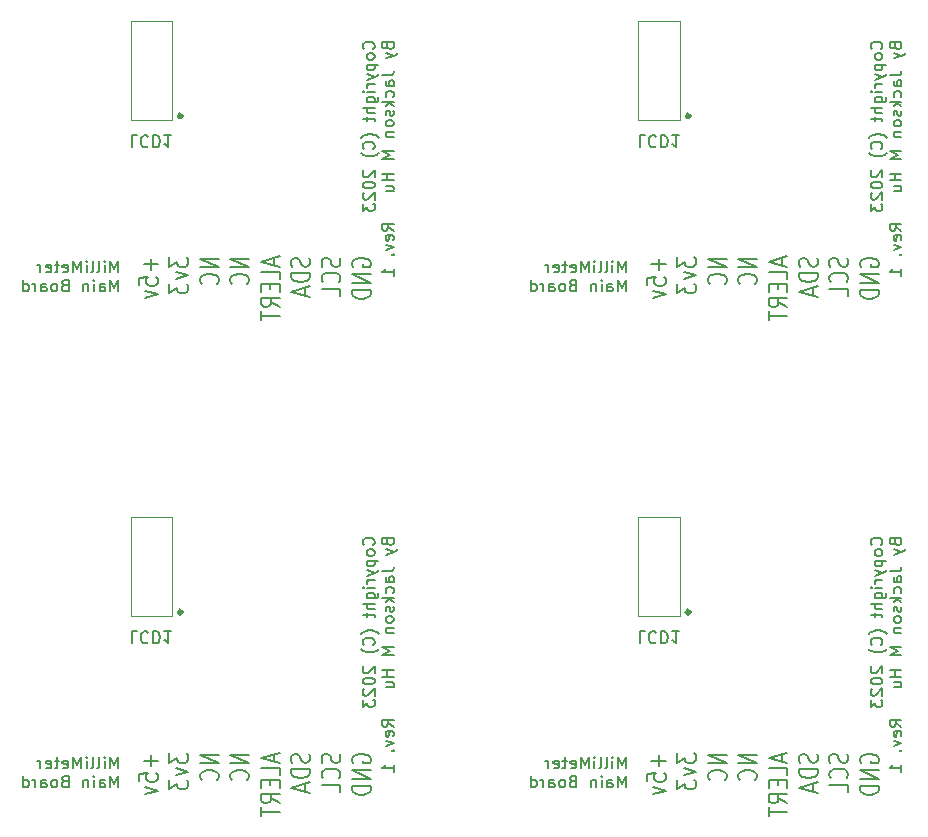
<source format=gbo>
G04 #@! TF.GenerationSoftware,KiCad,Pcbnew,6.0.11-2627ca5db0~126~ubuntu22.04.1*
G04 #@! TF.CreationDate,2023-02-05T22:44:53+11:00*
G04 #@! TF.ProjectId,panel,70616e65-6c2e-46b6-9963-61645f706362,rev?*
G04 #@! TF.SameCoordinates,Original*
G04 #@! TF.FileFunction,Legend,Bot*
G04 #@! TF.FilePolarity,Positive*
%FSLAX46Y46*%
G04 Gerber Fmt 4.6, Leading zero omitted, Abs format (unit mm)*
G04 Created by KiCad (PCBNEW 6.0.11-2627ca5db0~126~ubuntu22.04.1) date 2023-02-05 22:44:53*
%MOMM*%
%LPD*%
G01*
G04 APERTURE LIST*
%ADD10C,0.160000*%
%ADD11C,0.150000*%
%ADD12C,0.120000*%
%ADD13C,0.310000*%
%ADD14R,1.700000X1.700000*%
%ADD15O,1.700000X1.700000*%
%ADD16C,0.650000*%
%ADD17O,2.100000X1.000000*%
%ADD18O,1.600000X1.000000*%
%ADD19C,3.000000*%
%ADD20R,1.000000X1.000000*%
%ADD21O,1.000000X1.000000*%
%ADD22R,3.000000X0.350000*%
%ADD23C,1.000000*%
G04 APERTURE END LIST*
D10*
X162497904Y-99097380D02*
X162497904Y-98097380D01*
X162164571Y-98811666D01*
X161831238Y-98097380D01*
X161831238Y-99097380D01*
X161355047Y-99097380D02*
X161355047Y-98430714D01*
X161355047Y-98097380D02*
X161402666Y-98145000D01*
X161355047Y-98192619D01*
X161307428Y-98145000D01*
X161355047Y-98097380D01*
X161355047Y-98192619D01*
X160736000Y-99097380D02*
X160831238Y-99049761D01*
X160878857Y-98954523D01*
X160878857Y-98097380D01*
X160212190Y-99097380D02*
X160307428Y-99049761D01*
X160355047Y-98954523D01*
X160355047Y-98097380D01*
X159831238Y-99097380D02*
X159831238Y-98430714D01*
X159831238Y-98097380D02*
X159878857Y-98145000D01*
X159831238Y-98192619D01*
X159783619Y-98145000D01*
X159831238Y-98097380D01*
X159831238Y-98192619D01*
X159355047Y-99097380D02*
X159355047Y-98097380D01*
X159021714Y-98811666D01*
X158688380Y-98097380D01*
X158688380Y-99097380D01*
X157831238Y-99049761D02*
X157926476Y-99097380D01*
X158116952Y-99097380D01*
X158212190Y-99049761D01*
X158259809Y-98954523D01*
X158259809Y-98573571D01*
X158212190Y-98478333D01*
X158116952Y-98430714D01*
X157926476Y-98430714D01*
X157831238Y-98478333D01*
X157783619Y-98573571D01*
X157783619Y-98668809D01*
X158259809Y-98764047D01*
X157497904Y-98430714D02*
X157116952Y-98430714D01*
X157355047Y-98097380D02*
X157355047Y-98954523D01*
X157307428Y-99049761D01*
X157212190Y-99097380D01*
X157116952Y-99097380D01*
X156402666Y-99049761D02*
X156497904Y-99097380D01*
X156688380Y-99097380D01*
X156783619Y-99049761D01*
X156831238Y-98954523D01*
X156831238Y-98573571D01*
X156783619Y-98478333D01*
X156688380Y-98430714D01*
X156497904Y-98430714D01*
X156402666Y-98478333D01*
X156355047Y-98573571D01*
X156355047Y-98668809D01*
X156831238Y-98764047D01*
X155926476Y-99097380D02*
X155926476Y-98430714D01*
X155926476Y-98621190D02*
X155878857Y-98525952D01*
X155831238Y-98478333D01*
X155736000Y-98430714D01*
X155640761Y-98430714D01*
X162497904Y-100707380D02*
X162497904Y-99707380D01*
X162164571Y-100421666D01*
X161831238Y-99707380D01*
X161831238Y-100707380D01*
X160926476Y-100707380D02*
X160926476Y-100183571D01*
X160974095Y-100088333D01*
X161069333Y-100040714D01*
X161259809Y-100040714D01*
X161355047Y-100088333D01*
X160926476Y-100659761D02*
X161021714Y-100707380D01*
X161259809Y-100707380D01*
X161355047Y-100659761D01*
X161402666Y-100564523D01*
X161402666Y-100469285D01*
X161355047Y-100374047D01*
X161259809Y-100326428D01*
X161021714Y-100326428D01*
X160926476Y-100278809D01*
X160450285Y-100707380D02*
X160450285Y-100040714D01*
X160450285Y-99707380D02*
X160497904Y-99755000D01*
X160450285Y-99802619D01*
X160402666Y-99755000D01*
X160450285Y-99707380D01*
X160450285Y-99802619D01*
X159974095Y-100040714D02*
X159974095Y-100707380D01*
X159974095Y-100135952D02*
X159926476Y-100088333D01*
X159831238Y-100040714D01*
X159688380Y-100040714D01*
X159593142Y-100088333D01*
X159545523Y-100183571D01*
X159545523Y-100707380D01*
X157974095Y-100183571D02*
X157831238Y-100231190D01*
X157783619Y-100278809D01*
X157736000Y-100374047D01*
X157736000Y-100516904D01*
X157783619Y-100612142D01*
X157831238Y-100659761D01*
X157926476Y-100707380D01*
X158307428Y-100707380D01*
X158307428Y-99707380D01*
X157974095Y-99707380D01*
X157878857Y-99755000D01*
X157831238Y-99802619D01*
X157783619Y-99897857D01*
X157783619Y-99993095D01*
X157831238Y-100088333D01*
X157878857Y-100135952D01*
X157974095Y-100183571D01*
X158307428Y-100183571D01*
X157164571Y-100707380D02*
X157259809Y-100659761D01*
X157307428Y-100612142D01*
X157355047Y-100516904D01*
X157355047Y-100231190D01*
X157307428Y-100135952D01*
X157259809Y-100088333D01*
X157164571Y-100040714D01*
X157021714Y-100040714D01*
X156926476Y-100088333D01*
X156878857Y-100135952D01*
X156831238Y-100231190D01*
X156831238Y-100516904D01*
X156878857Y-100612142D01*
X156926476Y-100659761D01*
X157021714Y-100707380D01*
X157164571Y-100707380D01*
X155974095Y-100707380D02*
X155974095Y-100183571D01*
X156021714Y-100088333D01*
X156116952Y-100040714D01*
X156307428Y-100040714D01*
X156402666Y-100088333D01*
X155974095Y-100659761D02*
X156069333Y-100707380D01*
X156307428Y-100707380D01*
X156402666Y-100659761D01*
X156450285Y-100564523D01*
X156450285Y-100469285D01*
X156402666Y-100374047D01*
X156307428Y-100326428D01*
X156069333Y-100326428D01*
X155974095Y-100278809D01*
X155497904Y-100707380D02*
X155497904Y-100040714D01*
X155497904Y-100231190D02*
X155450285Y-100135952D01*
X155402666Y-100088333D01*
X155307428Y-100040714D01*
X155212190Y-100040714D01*
X154450285Y-100707380D02*
X154450285Y-99707380D01*
X154450285Y-100659761D02*
X154545523Y-100707380D01*
X154736000Y-100707380D01*
X154831238Y-100659761D01*
X154878857Y-100612142D01*
X154926476Y-100516904D01*
X154926476Y-100231190D01*
X154878857Y-100135952D01*
X154831238Y-100088333D01*
X154736000Y-100040714D01*
X154545523Y-100040714D01*
X154450285Y-100088333D01*
X119497904Y-99097380D02*
X119497904Y-98097380D01*
X119164571Y-98811666D01*
X118831238Y-98097380D01*
X118831238Y-99097380D01*
X118355047Y-99097380D02*
X118355047Y-98430714D01*
X118355047Y-98097380D02*
X118402666Y-98145000D01*
X118355047Y-98192619D01*
X118307428Y-98145000D01*
X118355047Y-98097380D01*
X118355047Y-98192619D01*
X117736000Y-99097380D02*
X117831238Y-99049761D01*
X117878857Y-98954523D01*
X117878857Y-98097380D01*
X117212190Y-99097380D02*
X117307428Y-99049761D01*
X117355047Y-98954523D01*
X117355047Y-98097380D01*
X116831238Y-99097380D02*
X116831238Y-98430714D01*
X116831238Y-98097380D02*
X116878857Y-98145000D01*
X116831238Y-98192619D01*
X116783619Y-98145000D01*
X116831238Y-98097380D01*
X116831238Y-98192619D01*
X116355047Y-99097380D02*
X116355047Y-98097380D01*
X116021714Y-98811666D01*
X115688380Y-98097380D01*
X115688380Y-99097380D01*
X114831238Y-99049761D02*
X114926476Y-99097380D01*
X115116952Y-99097380D01*
X115212190Y-99049761D01*
X115259809Y-98954523D01*
X115259809Y-98573571D01*
X115212190Y-98478333D01*
X115116952Y-98430714D01*
X114926476Y-98430714D01*
X114831238Y-98478333D01*
X114783619Y-98573571D01*
X114783619Y-98668809D01*
X115259809Y-98764047D01*
X114497904Y-98430714D02*
X114116952Y-98430714D01*
X114355047Y-98097380D02*
X114355047Y-98954523D01*
X114307428Y-99049761D01*
X114212190Y-99097380D01*
X114116952Y-99097380D01*
X113402666Y-99049761D02*
X113497904Y-99097380D01*
X113688380Y-99097380D01*
X113783619Y-99049761D01*
X113831238Y-98954523D01*
X113831238Y-98573571D01*
X113783619Y-98478333D01*
X113688380Y-98430714D01*
X113497904Y-98430714D01*
X113402666Y-98478333D01*
X113355047Y-98573571D01*
X113355047Y-98668809D01*
X113831238Y-98764047D01*
X112926476Y-99097380D02*
X112926476Y-98430714D01*
X112926476Y-98621190D02*
X112878857Y-98525952D01*
X112831238Y-98478333D01*
X112736000Y-98430714D01*
X112640761Y-98430714D01*
X119497904Y-100707380D02*
X119497904Y-99707380D01*
X119164571Y-100421666D01*
X118831238Y-99707380D01*
X118831238Y-100707380D01*
X117926476Y-100707380D02*
X117926476Y-100183571D01*
X117974095Y-100088333D01*
X118069333Y-100040714D01*
X118259809Y-100040714D01*
X118355047Y-100088333D01*
X117926476Y-100659761D02*
X118021714Y-100707380D01*
X118259809Y-100707380D01*
X118355047Y-100659761D01*
X118402666Y-100564523D01*
X118402666Y-100469285D01*
X118355047Y-100374047D01*
X118259809Y-100326428D01*
X118021714Y-100326428D01*
X117926476Y-100278809D01*
X117450285Y-100707380D02*
X117450285Y-100040714D01*
X117450285Y-99707380D02*
X117497904Y-99755000D01*
X117450285Y-99802619D01*
X117402666Y-99755000D01*
X117450285Y-99707380D01*
X117450285Y-99802619D01*
X116974095Y-100040714D02*
X116974095Y-100707380D01*
X116974095Y-100135952D02*
X116926476Y-100088333D01*
X116831238Y-100040714D01*
X116688380Y-100040714D01*
X116593142Y-100088333D01*
X116545523Y-100183571D01*
X116545523Y-100707380D01*
X114974095Y-100183571D02*
X114831238Y-100231190D01*
X114783619Y-100278809D01*
X114736000Y-100374047D01*
X114736000Y-100516904D01*
X114783619Y-100612142D01*
X114831238Y-100659761D01*
X114926476Y-100707380D01*
X115307428Y-100707380D01*
X115307428Y-99707380D01*
X114974095Y-99707380D01*
X114878857Y-99755000D01*
X114831238Y-99802619D01*
X114783619Y-99897857D01*
X114783619Y-99993095D01*
X114831238Y-100088333D01*
X114878857Y-100135952D01*
X114974095Y-100183571D01*
X115307428Y-100183571D01*
X114164571Y-100707380D02*
X114259809Y-100659761D01*
X114307428Y-100612142D01*
X114355047Y-100516904D01*
X114355047Y-100231190D01*
X114307428Y-100135952D01*
X114259809Y-100088333D01*
X114164571Y-100040714D01*
X114021714Y-100040714D01*
X113926476Y-100088333D01*
X113878857Y-100135952D01*
X113831238Y-100231190D01*
X113831238Y-100516904D01*
X113878857Y-100612142D01*
X113926476Y-100659761D01*
X114021714Y-100707380D01*
X114164571Y-100707380D01*
X112974095Y-100707380D02*
X112974095Y-100183571D01*
X113021714Y-100088333D01*
X113116952Y-100040714D01*
X113307428Y-100040714D01*
X113402666Y-100088333D01*
X112974095Y-100659761D02*
X113069333Y-100707380D01*
X113307428Y-100707380D01*
X113402666Y-100659761D01*
X113450285Y-100564523D01*
X113450285Y-100469285D01*
X113402666Y-100374047D01*
X113307428Y-100326428D01*
X113069333Y-100326428D01*
X112974095Y-100278809D01*
X112497904Y-100707380D02*
X112497904Y-100040714D01*
X112497904Y-100231190D02*
X112450285Y-100135952D01*
X112402666Y-100088333D01*
X112307428Y-100040714D01*
X112212190Y-100040714D01*
X111450285Y-100707380D02*
X111450285Y-99707380D01*
X111450285Y-100659761D02*
X111545523Y-100707380D01*
X111736000Y-100707380D01*
X111831238Y-100659761D01*
X111878857Y-100612142D01*
X111926476Y-100516904D01*
X111926476Y-100231190D01*
X111878857Y-100135952D01*
X111831238Y-100088333D01*
X111736000Y-100040714D01*
X111545523Y-100040714D01*
X111450285Y-100088333D01*
X162497904Y-57097380D02*
X162497904Y-56097380D01*
X162164571Y-56811666D01*
X161831238Y-56097380D01*
X161831238Y-57097380D01*
X161355047Y-57097380D02*
X161355047Y-56430714D01*
X161355047Y-56097380D02*
X161402666Y-56145000D01*
X161355047Y-56192619D01*
X161307428Y-56145000D01*
X161355047Y-56097380D01*
X161355047Y-56192619D01*
X160736000Y-57097380D02*
X160831238Y-57049761D01*
X160878857Y-56954523D01*
X160878857Y-56097380D01*
X160212190Y-57097380D02*
X160307428Y-57049761D01*
X160355047Y-56954523D01*
X160355047Y-56097380D01*
X159831238Y-57097380D02*
X159831238Y-56430714D01*
X159831238Y-56097380D02*
X159878857Y-56145000D01*
X159831238Y-56192619D01*
X159783619Y-56145000D01*
X159831238Y-56097380D01*
X159831238Y-56192619D01*
X159355047Y-57097380D02*
X159355047Y-56097380D01*
X159021714Y-56811666D01*
X158688380Y-56097380D01*
X158688380Y-57097380D01*
X157831238Y-57049761D02*
X157926476Y-57097380D01*
X158116952Y-57097380D01*
X158212190Y-57049761D01*
X158259809Y-56954523D01*
X158259809Y-56573571D01*
X158212190Y-56478333D01*
X158116952Y-56430714D01*
X157926476Y-56430714D01*
X157831238Y-56478333D01*
X157783619Y-56573571D01*
X157783619Y-56668809D01*
X158259809Y-56764047D01*
X157497904Y-56430714D02*
X157116952Y-56430714D01*
X157355047Y-56097380D02*
X157355047Y-56954523D01*
X157307428Y-57049761D01*
X157212190Y-57097380D01*
X157116952Y-57097380D01*
X156402666Y-57049761D02*
X156497904Y-57097380D01*
X156688380Y-57097380D01*
X156783619Y-57049761D01*
X156831238Y-56954523D01*
X156831238Y-56573571D01*
X156783619Y-56478333D01*
X156688380Y-56430714D01*
X156497904Y-56430714D01*
X156402666Y-56478333D01*
X156355047Y-56573571D01*
X156355047Y-56668809D01*
X156831238Y-56764047D01*
X155926476Y-57097380D02*
X155926476Y-56430714D01*
X155926476Y-56621190D02*
X155878857Y-56525952D01*
X155831238Y-56478333D01*
X155736000Y-56430714D01*
X155640761Y-56430714D01*
X162497904Y-58707380D02*
X162497904Y-57707380D01*
X162164571Y-58421666D01*
X161831238Y-57707380D01*
X161831238Y-58707380D01*
X160926476Y-58707380D02*
X160926476Y-58183571D01*
X160974095Y-58088333D01*
X161069333Y-58040714D01*
X161259809Y-58040714D01*
X161355047Y-58088333D01*
X160926476Y-58659761D02*
X161021714Y-58707380D01*
X161259809Y-58707380D01*
X161355047Y-58659761D01*
X161402666Y-58564523D01*
X161402666Y-58469285D01*
X161355047Y-58374047D01*
X161259809Y-58326428D01*
X161021714Y-58326428D01*
X160926476Y-58278809D01*
X160450285Y-58707380D02*
X160450285Y-58040714D01*
X160450285Y-57707380D02*
X160497904Y-57755000D01*
X160450285Y-57802619D01*
X160402666Y-57755000D01*
X160450285Y-57707380D01*
X160450285Y-57802619D01*
X159974095Y-58040714D02*
X159974095Y-58707380D01*
X159974095Y-58135952D02*
X159926476Y-58088333D01*
X159831238Y-58040714D01*
X159688380Y-58040714D01*
X159593142Y-58088333D01*
X159545523Y-58183571D01*
X159545523Y-58707380D01*
X157974095Y-58183571D02*
X157831238Y-58231190D01*
X157783619Y-58278809D01*
X157736000Y-58374047D01*
X157736000Y-58516904D01*
X157783619Y-58612142D01*
X157831238Y-58659761D01*
X157926476Y-58707380D01*
X158307428Y-58707380D01*
X158307428Y-57707380D01*
X157974095Y-57707380D01*
X157878857Y-57755000D01*
X157831238Y-57802619D01*
X157783619Y-57897857D01*
X157783619Y-57993095D01*
X157831238Y-58088333D01*
X157878857Y-58135952D01*
X157974095Y-58183571D01*
X158307428Y-58183571D01*
X157164571Y-58707380D02*
X157259809Y-58659761D01*
X157307428Y-58612142D01*
X157355047Y-58516904D01*
X157355047Y-58231190D01*
X157307428Y-58135952D01*
X157259809Y-58088333D01*
X157164571Y-58040714D01*
X157021714Y-58040714D01*
X156926476Y-58088333D01*
X156878857Y-58135952D01*
X156831238Y-58231190D01*
X156831238Y-58516904D01*
X156878857Y-58612142D01*
X156926476Y-58659761D01*
X157021714Y-58707380D01*
X157164571Y-58707380D01*
X155974095Y-58707380D02*
X155974095Y-58183571D01*
X156021714Y-58088333D01*
X156116952Y-58040714D01*
X156307428Y-58040714D01*
X156402666Y-58088333D01*
X155974095Y-58659761D02*
X156069333Y-58707380D01*
X156307428Y-58707380D01*
X156402666Y-58659761D01*
X156450285Y-58564523D01*
X156450285Y-58469285D01*
X156402666Y-58374047D01*
X156307428Y-58326428D01*
X156069333Y-58326428D01*
X155974095Y-58278809D01*
X155497904Y-58707380D02*
X155497904Y-58040714D01*
X155497904Y-58231190D02*
X155450285Y-58135952D01*
X155402666Y-58088333D01*
X155307428Y-58040714D01*
X155212190Y-58040714D01*
X154450285Y-58707380D02*
X154450285Y-57707380D01*
X154450285Y-58659761D02*
X154545523Y-58707380D01*
X154736000Y-58707380D01*
X154831238Y-58659761D01*
X154878857Y-58612142D01*
X154926476Y-58516904D01*
X154926476Y-58231190D01*
X154878857Y-58135952D01*
X154831238Y-58088333D01*
X154736000Y-58040714D01*
X154545523Y-58040714D01*
X154450285Y-58088333D01*
X119497904Y-57097380D02*
X119497904Y-56097380D01*
X119164571Y-56811666D01*
X118831238Y-56097380D01*
X118831238Y-57097380D01*
X118355047Y-57097380D02*
X118355047Y-56430714D01*
X118355047Y-56097380D02*
X118402666Y-56145000D01*
X118355047Y-56192619D01*
X118307428Y-56145000D01*
X118355047Y-56097380D01*
X118355047Y-56192619D01*
X117736000Y-57097380D02*
X117831238Y-57049761D01*
X117878857Y-56954523D01*
X117878857Y-56097380D01*
X117212190Y-57097380D02*
X117307428Y-57049761D01*
X117355047Y-56954523D01*
X117355047Y-56097380D01*
X116831238Y-57097380D02*
X116831238Y-56430714D01*
X116831238Y-56097380D02*
X116878857Y-56145000D01*
X116831238Y-56192619D01*
X116783619Y-56145000D01*
X116831238Y-56097380D01*
X116831238Y-56192619D01*
X116355047Y-57097380D02*
X116355047Y-56097380D01*
X116021714Y-56811666D01*
X115688380Y-56097380D01*
X115688380Y-57097380D01*
X114831238Y-57049761D02*
X114926476Y-57097380D01*
X115116952Y-57097380D01*
X115212190Y-57049761D01*
X115259809Y-56954523D01*
X115259809Y-56573571D01*
X115212190Y-56478333D01*
X115116952Y-56430714D01*
X114926476Y-56430714D01*
X114831238Y-56478333D01*
X114783619Y-56573571D01*
X114783619Y-56668809D01*
X115259809Y-56764047D01*
X114497904Y-56430714D02*
X114116952Y-56430714D01*
X114355047Y-56097380D02*
X114355047Y-56954523D01*
X114307428Y-57049761D01*
X114212190Y-57097380D01*
X114116952Y-57097380D01*
X113402666Y-57049761D02*
X113497904Y-57097380D01*
X113688380Y-57097380D01*
X113783619Y-57049761D01*
X113831238Y-56954523D01*
X113831238Y-56573571D01*
X113783619Y-56478333D01*
X113688380Y-56430714D01*
X113497904Y-56430714D01*
X113402666Y-56478333D01*
X113355047Y-56573571D01*
X113355047Y-56668809D01*
X113831238Y-56764047D01*
X112926476Y-57097380D02*
X112926476Y-56430714D01*
X112926476Y-56621190D02*
X112878857Y-56525952D01*
X112831238Y-56478333D01*
X112736000Y-56430714D01*
X112640761Y-56430714D01*
X119497904Y-58707380D02*
X119497904Y-57707380D01*
X119164571Y-58421666D01*
X118831238Y-57707380D01*
X118831238Y-58707380D01*
X117926476Y-58707380D02*
X117926476Y-58183571D01*
X117974095Y-58088333D01*
X118069333Y-58040714D01*
X118259809Y-58040714D01*
X118355047Y-58088333D01*
X117926476Y-58659761D02*
X118021714Y-58707380D01*
X118259809Y-58707380D01*
X118355047Y-58659761D01*
X118402666Y-58564523D01*
X118402666Y-58469285D01*
X118355047Y-58374047D01*
X118259809Y-58326428D01*
X118021714Y-58326428D01*
X117926476Y-58278809D01*
X117450285Y-58707380D02*
X117450285Y-58040714D01*
X117450285Y-57707380D02*
X117497904Y-57755000D01*
X117450285Y-57802619D01*
X117402666Y-57755000D01*
X117450285Y-57707380D01*
X117450285Y-57802619D01*
X116974095Y-58040714D02*
X116974095Y-58707380D01*
X116974095Y-58135952D02*
X116926476Y-58088333D01*
X116831238Y-58040714D01*
X116688380Y-58040714D01*
X116593142Y-58088333D01*
X116545523Y-58183571D01*
X116545523Y-58707380D01*
X114974095Y-58183571D02*
X114831238Y-58231190D01*
X114783619Y-58278809D01*
X114736000Y-58374047D01*
X114736000Y-58516904D01*
X114783619Y-58612142D01*
X114831238Y-58659761D01*
X114926476Y-58707380D01*
X115307428Y-58707380D01*
X115307428Y-57707380D01*
X114974095Y-57707380D01*
X114878857Y-57755000D01*
X114831238Y-57802619D01*
X114783619Y-57897857D01*
X114783619Y-57993095D01*
X114831238Y-58088333D01*
X114878857Y-58135952D01*
X114974095Y-58183571D01*
X115307428Y-58183571D01*
X114164571Y-58707380D02*
X114259809Y-58659761D01*
X114307428Y-58612142D01*
X114355047Y-58516904D01*
X114355047Y-58231190D01*
X114307428Y-58135952D01*
X114259809Y-58088333D01*
X114164571Y-58040714D01*
X114021714Y-58040714D01*
X113926476Y-58088333D01*
X113878857Y-58135952D01*
X113831238Y-58231190D01*
X113831238Y-58516904D01*
X113878857Y-58612142D01*
X113926476Y-58659761D01*
X114021714Y-58707380D01*
X114164571Y-58707380D01*
X112974095Y-58707380D02*
X112974095Y-58183571D01*
X113021714Y-58088333D01*
X113116952Y-58040714D01*
X113307428Y-58040714D01*
X113402666Y-58088333D01*
X112974095Y-58659761D02*
X113069333Y-58707380D01*
X113307428Y-58707380D01*
X113402666Y-58659761D01*
X113450285Y-58564523D01*
X113450285Y-58469285D01*
X113402666Y-58374047D01*
X113307428Y-58326428D01*
X113069333Y-58326428D01*
X112974095Y-58278809D01*
X112497904Y-58707380D02*
X112497904Y-58040714D01*
X112497904Y-58231190D02*
X112450285Y-58135952D01*
X112402666Y-58088333D01*
X112307428Y-58040714D01*
X112212190Y-58040714D01*
X111450285Y-58707380D02*
X111450285Y-57707380D01*
X111450285Y-58659761D02*
X111545523Y-58707380D01*
X111736000Y-58707380D01*
X111831238Y-58659761D01*
X111878857Y-58612142D01*
X111926476Y-58516904D01*
X111926476Y-58231190D01*
X111878857Y-58135952D01*
X111831238Y-58088333D01*
X111736000Y-58040714D01*
X111545523Y-58040714D01*
X111450285Y-58088333D01*
X184112142Y-38173523D02*
X184159761Y-38125904D01*
X184207380Y-37983047D01*
X184207380Y-37887809D01*
X184159761Y-37744952D01*
X184064523Y-37649714D01*
X183969285Y-37602095D01*
X183778809Y-37554476D01*
X183635952Y-37554476D01*
X183445476Y-37602095D01*
X183350238Y-37649714D01*
X183255000Y-37744952D01*
X183207380Y-37887809D01*
X183207380Y-37983047D01*
X183255000Y-38125904D01*
X183302619Y-38173523D01*
X184207380Y-38744952D02*
X184159761Y-38649714D01*
X184112142Y-38602095D01*
X184016904Y-38554476D01*
X183731190Y-38554476D01*
X183635952Y-38602095D01*
X183588333Y-38649714D01*
X183540714Y-38744952D01*
X183540714Y-38887809D01*
X183588333Y-38983047D01*
X183635952Y-39030666D01*
X183731190Y-39078285D01*
X184016904Y-39078285D01*
X184112142Y-39030666D01*
X184159761Y-38983047D01*
X184207380Y-38887809D01*
X184207380Y-38744952D01*
X183540714Y-39506857D02*
X184540714Y-39506857D01*
X183588333Y-39506857D02*
X183540714Y-39602095D01*
X183540714Y-39792571D01*
X183588333Y-39887809D01*
X183635952Y-39935428D01*
X183731190Y-39983047D01*
X184016904Y-39983047D01*
X184112142Y-39935428D01*
X184159761Y-39887809D01*
X184207380Y-39792571D01*
X184207380Y-39602095D01*
X184159761Y-39506857D01*
X183540714Y-40316380D02*
X184207380Y-40554476D01*
X183540714Y-40792571D02*
X184207380Y-40554476D01*
X184445476Y-40459238D01*
X184493095Y-40411619D01*
X184540714Y-40316380D01*
X184207380Y-41173523D02*
X183540714Y-41173523D01*
X183731190Y-41173523D02*
X183635952Y-41221142D01*
X183588333Y-41268761D01*
X183540714Y-41364000D01*
X183540714Y-41459238D01*
X184207380Y-41792571D02*
X183540714Y-41792571D01*
X183207380Y-41792571D02*
X183255000Y-41744952D01*
X183302619Y-41792571D01*
X183255000Y-41840190D01*
X183207380Y-41792571D01*
X183302619Y-41792571D01*
X183540714Y-42697333D02*
X184350238Y-42697333D01*
X184445476Y-42649714D01*
X184493095Y-42602095D01*
X184540714Y-42506857D01*
X184540714Y-42364000D01*
X184493095Y-42268761D01*
X184159761Y-42697333D02*
X184207380Y-42602095D01*
X184207380Y-42411619D01*
X184159761Y-42316380D01*
X184112142Y-42268761D01*
X184016904Y-42221142D01*
X183731190Y-42221142D01*
X183635952Y-42268761D01*
X183588333Y-42316380D01*
X183540714Y-42411619D01*
X183540714Y-42602095D01*
X183588333Y-42697333D01*
X184207380Y-43173523D02*
X183207380Y-43173523D01*
X184207380Y-43602095D02*
X183683571Y-43602095D01*
X183588333Y-43554476D01*
X183540714Y-43459238D01*
X183540714Y-43316380D01*
X183588333Y-43221142D01*
X183635952Y-43173523D01*
X183540714Y-43935428D02*
X183540714Y-44316380D01*
X183207380Y-44078285D02*
X184064523Y-44078285D01*
X184159761Y-44125904D01*
X184207380Y-44221142D01*
X184207380Y-44316380D01*
X184588333Y-45697333D02*
X184540714Y-45649714D01*
X184397857Y-45554476D01*
X184302619Y-45506857D01*
X184159761Y-45459238D01*
X183921666Y-45411619D01*
X183731190Y-45411619D01*
X183493095Y-45459238D01*
X183350238Y-45506857D01*
X183255000Y-45554476D01*
X183112142Y-45649714D01*
X183064523Y-45697333D01*
X184112142Y-46649714D02*
X184159761Y-46602095D01*
X184207380Y-46459238D01*
X184207380Y-46364000D01*
X184159761Y-46221142D01*
X184064523Y-46125904D01*
X183969285Y-46078285D01*
X183778809Y-46030666D01*
X183635952Y-46030666D01*
X183445476Y-46078285D01*
X183350238Y-46125904D01*
X183255000Y-46221142D01*
X183207380Y-46364000D01*
X183207380Y-46459238D01*
X183255000Y-46602095D01*
X183302619Y-46649714D01*
X184588333Y-46983047D02*
X184540714Y-47030666D01*
X184397857Y-47125904D01*
X184302619Y-47173523D01*
X184159761Y-47221142D01*
X183921666Y-47268761D01*
X183731190Y-47268761D01*
X183493095Y-47221142D01*
X183350238Y-47173523D01*
X183255000Y-47125904D01*
X183112142Y-47030666D01*
X183064523Y-46983047D01*
X183302619Y-48459238D02*
X183255000Y-48506857D01*
X183207380Y-48602095D01*
X183207380Y-48840190D01*
X183255000Y-48935428D01*
X183302619Y-48983047D01*
X183397857Y-49030666D01*
X183493095Y-49030666D01*
X183635952Y-48983047D01*
X184207380Y-48411619D01*
X184207380Y-49030666D01*
X183207380Y-49649714D02*
X183207380Y-49744952D01*
X183255000Y-49840190D01*
X183302619Y-49887809D01*
X183397857Y-49935428D01*
X183588333Y-49983047D01*
X183826428Y-49983047D01*
X184016904Y-49935428D01*
X184112142Y-49887809D01*
X184159761Y-49840190D01*
X184207380Y-49744952D01*
X184207380Y-49649714D01*
X184159761Y-49554476D01*
X184112142Y-49506857D01*
X184016904Y-49459238D01*
X183826428Y-49411619D01*
X183588333Y-49411619D01*
X183397857Y-49459238D01*
X183302619Y-49506857D01*
X183255000Y-49554476D01*
X183207380Y-49649714D01*
X183302619Y-50364000D02*
X183255000Y-50411619D01*
X183207380Y-50506857D01*
X183207380Y-50744952D01*
X183255000Y-50840190D01*
X183302619Y-50887809D01*
X183397857Y-50935428D01*
X183493095Y-50935428D01*
X183635952Y-50887809D01*
X184207380Y-50316380D01*
X184207380Y-50935428D01*
X183207380Y-51268761D02*
X183207380Y-51887809D01*
X183588333Y-51554476D01*
X183588333Y-51697333D01*
X183635952Y-51792571D01*
X183683571Y-51840190D01*
X183778809Y-51887809D01*
X184016904Y-51887809D01*
X184112142Y-51840190D01*
X184159761Y-51792571D01*
X184207380Y-51697333D01*
X184207380Y-51411619D01*
X184159761Y-51316380D01*
X184112142Y-51268761D01*
X185293571Y-37935428D02*
X185341190Y-38078285D01*
X185388809Y-38125904D01*
X185484047Y-38173523D01*
X185626904Y-38173523D01*
X185722142Y-38125904D01*
X185769761Y-38078285D01*
X185817380Y-37983047D01*
X185817380Y-37602095D01*
X184817380Y-37602095D01*
X184817380Y-37935428D01*
X184865000Y-38030666D01*
X184912619Y-38078285D01*
X185007857Y-38125904D01*
X185103095Y-38125904D01*
X185198333Y-38078285D01*
X185245952Y-38030666D01*
X185293571Y-37935428D01*
X185293571Y-37602095D01*
X185150714Y-38506857D02*
X185817380Y-38744952D01*
X185150714Y-38983047D02*
X185817380Y-38744952D01*
X186055476Y-38649714D01*
X186103095Y-38602095D01*
X186150714Y-38506857D01*
X184817380Y-40411619D02*
X185531666Y-40411619D01*
X185674523Y-40364000D01*
X185769761Y-40268761D01*
X185817380Y-40125904D01*
X185817380Y-40030666D01*
X185817380Y-41316380D02*
X185293571Y-41316380D01*
X185198333Y-41268761D01*
X185150714Y-41173523D01*
X185150714Y-40983047D01*
X185198333Y-40887809D01*
X185769761Y-41316380D02*
X185817380Y-41221142D01*
X185817380Y-40983047D01*
X185769761Y-40887809D01*
X185674523Y-40840190D01*
X185579285Y-40840190D01*
X185484047Y-40887809D01*
X185436428Y-40983047D01*
X185436428Y-41221142D01*
X185388809Y-41316380D01*
X185769761Y-42221142D02*
X185817380Y-42125904D01*
X185817380Y-41935428D01*
X185769761Y-41840190D01*
X185722142Y-41792571D01*
X185626904Y-41744952D01*
X185341190Y-41744952D01*
X185245952Y-41792571D01*
X185198333Y-41840190D01*
X185150714Y-41935428D01*
X185150714Y-42125904D01*
X185198333Y-42221142D01*
X185817380Y-42649714D02*
X184817380Y-42649714D01*
X185436428Y-42744952D02*
X185817380Y-43030666D01*
X185150714Y-43030666D02*
X185531666Y-42649714D01*
X185769761Y-43411619D02*
X185817380Y-43506857D01*
X185817380Y-43697333D01*
X185769761Y-43792571D01*
X185674523Y-43840190D01*
X185626904Y-43840190D01*
X185531666Y-43792571D01*
X185484047Y-43697333D01*
X185484047Y-43554476D01*
X185436428Y-43459238D01*
X185341190Y-43411619D01*
X185293571Y-43411619D01*
X185198333Y-43459238D01*
X185150714Y-43554476D01*
X185150714Y-43697333D01*
X185198333Y-43792571D01*
X185817380Y-44411619D02*
X185769761Y-44316380D01*
X185722142Y-44268761D01*
X185626904Y-44221142D01*
X185341190Y-44221142D01*
X185245952Y-44268761D01*
X185198333Y-44316380D01*
X185150714Y-44411619D01*
X185150714Y-44554476D01*
X185198333Y-44649714D01*
X185245952Y-44697333D01*
X185341190Y-44744952D01*
X185626904Y-44744952D01*
X185722142Y-44697333D01*
X185769761Y-44649714D01*
X185817380Y-44554476D01*
X185817380Y-44411619D01*
X185150714Y-45173523D02*
X185817380Y-45173523D01*
X185245952Y-45173523D02*
X185198333Y-45221142D01*
X185150714Y-45316380D01*
X185150714Y-45459238D01*
X185198333Y-45554476D01*
X185293571Y-45602095D01*
X185817380Y-45602095D01*
X185817380Y-46840190D02*
X184817380Y-46840190D01*
X185531666Y-47173523D01*
X184817380Y-47506857D01*
X185817380Y-47506857D01*
X185817380Y-48744952D02*
X184817380Y-48744952D01*
X185293571Y-48744952D02*
X185293571Y-49316380D01*
X185817380Y-49316380D02*
X184817380Y-49316380D01*
X185150714Y-50221142D02*
X185817380Y-50221142D01*
X185150714Y-49792571D02*
X185674523Y-49792571D01*
X185769761Y-49840190D01*
X185817380Y-49935428D01*
X185817380Y-50078285D01*
X185769761Y-50173523D01*
X185722142Y-50221142D01*
X185817380Y-53554476D02*
X185341190Y-53221142D01*
X185817380Y-52983047D02*
X184817380Y-52983047D01*
X184817380Y-53363999D01*
X184865000Y-53459238D01*
X184912619Y-53506857D01*
X185007857Y-53554476D01*
X185150714Y-53554476D01*
X185245952Y-53506857D01*
X185293571Y-53459238D01*
X185341190Y-53363999D01*
X185341190Y-52983047D01*
X185769761Y-54363999D02*
X185817380Y-54268761D01*
X185817380Y-54078285D01*
X185769761Y-53983047D01*
X185674523Y-53935428D01*
X185293571Y-53935428D01*
X185198333Y-53983047D01*
X185150714Y-54078285D01*
X185150714Y-54268761D01*
X185198333Y-54363999D01*
X185293571Y-54411619D01*
X185388809Y-54411619D01*
X185484047Y-53935428D01*
X185150714Y-54744952D02*
X185817380Y-54983047D01*
X185150714Y-55221142D01*
X185722142Y-55602095D02*
X185769761Y-55649714D01*
X185817380Y-55602095D01*
X185769761Y-55554476D01*
X185722142Y-55602095D01*
X185817380Y-55602095D01*
X185817380Y-57363999D02*
X185817380Y-56792571D01*
X185817380Y-57078285D02*
X184817380Y-57078285D01*
X184960238Y-56983047D01*
X185055476Y-56887809D01*
X185103095Y-56792571D01*
X141112142Y-38173523D02*
X141159761Y-38125904D01*
X141207380Y-37983047D01*
X141207380Y-37887809D01*
X141159761Y-37744952D01*
X141064523Y-37649714D01*
X140969285Y-37602095D01*
X140778809Y-37554476D01*
X140635952Y-37554476D01*
X140445476Y-37602095D01*
X140350238Y-37649714D01*
X140255000Y-37744952D01*
X140207380Y-37887809D01*
X140207380Y-37983047D01*
X140255000Y-38125904D01*
X140302619Y-38173523D01*
X141207380Y-38744952D02*
X141159761Y-38649714D01*
X141112142Y-38602095D01*
X141016904Y-38554476D01*
X140731190Y-38554476D01*
X140635952Y-38602095D01*
X140588333Y-38649714D01*
X140540714Y-38744952D01*
X140540714Y-38887809D01*
X140588333Y-38983047D01*
X140635952Y-39030666D01*
X140731190Y-39078285D01*
X141016904Y-39078285D01*
X141112142Y-39030666D01*
X141159761Y-38983047D01*
X141207380Y-38887809D01*
X141207380Y-38744952D01*
X140540714Y-39506857D02*
X141540714Y-39506857D01*
X140588333Y-39506857D02*
X140540714Y-39602095D01*
X140540714Y-39792571D01*
X140588333Y-39887809D01*
X140635952Y-39935428D01*
X140731190Y-39983047D01*
X141016904Y-39983047D01*
X141112142Y-39935428D01*
X141159761Y-39887809D01*
X141207380Y-39792571D01*
X141207380Y-39602095D01*
X141159761Y-39506857D01*
X140540714Y-40316380D02*
X141207380Y-40554476D01*
X140540714Y-40792571D02*
X141207380Y-40554476D01*
X141445476Y-40459238D01*
X141493095Y-40411619D01*
X141540714Y-40316380D01*
X141207380Y-41173523D02*
X140540714Y-41173523D01*
X140731190Y-41173523D02*
X140635952Y-41221142D01*
X140588333Y-41268761D01*
X140540714Y-41364000D01*
X140540714Y-41459238D01*
X141207380Y-41792571D02*
X140540714Y-41792571D01*
X140207380Y-41792571D02*
X140255000Y-41744952D01*
X140302619Y-41792571D01*
X140255000Y-41840190D01*
X140207380Y-41792571D01*
X140302619Y-41792571D01*
X140540714Y-42697333D02*
X141350238Y-42697333D01*
X141445476Y-42649714D01*
X141493095Y-42602095D01*
X141540714Y-42506857D01*
X141540714Y-42364000D01*
X141493095Y-42268761D01*
X141159761Y-42697333D02*
X141207380Y-42602095D01*
X141207380Y-42411619D01*
X141159761Y-42316380D01*
X141112142Y-42268761D01*
X141016904Y-42221142D01*
X140731190Y-42221142D01*
X140635952Y-42268761D01*
X140588333Y-42316380D01*
X140540714Y-42411619D01*
X140540714Y-42602095D01*
X140588333Y-42697333D01*
X141207380Y-43173523D02*
X140207380Y-43173523D01*
X141207380Y-43602095D02*
X140683571Y-43602095D01*
X140588333Y-43554476D01*
X140540714Y-43459238D01*
X140540714Y-43316380D01*
X140588333Y-43221142D01*
X140635952Y-43173523D01*
X140540714Y-43935428D02*
X140540714Y-44316380D01*
X140207380Y-44078285D02*
X141064523Y-44078285D01*
X141159761Y-44125904D01*
X141207380Y-44221142D01*
X141207380Y-44316380D01*
X141588333Y-45697333D02*
X141540714Y-45649714D01*
X141397857Y-45554476D01*
X141302619Y-45506857D01*
X141159761Y-45459238D01*
X140921666Y-45411619D01*
X140731190Y-45411619D01*
X140493095Y-45459238D01*
X140350238Y-45506857D01*
X140255000Y-45554476D01*
X140112142Y-45649714D01*
X140064523Y-45697333D01*
X141112142Y-46649714D02*
X141159761Y-46602095D01*
X141207380Y-46459238D01*
X141207380Y-46364000D01*
X141159761Y-46221142D01*
X141064523Y-46125904D01*
X140969285Y-46078285D01*
X140778809Y-46030666D01*
X140635952Y-46030666D01*
X140445476Y-46078285D01*
X140350238Y-46125904D01*
X140255000Y-46221142D01*
X140207380Y-46364000D01*
X140207380Y-46459238D01*
X140255000Y-46602095D01*
X140302619Y-46649714D01*
X141588333Y-46983047D02*
X141540714Y-47030666D01*
X141397857Y-47125904D01*
X141302619Y-47173523D01*
X141159761Y-47221142D01*
X140921666Y-47268761D01*
X140731190Y-47268761D01*
X140493095Y-47221142D01*
X140350238Y-47173523D01*
X140255000Y-47125904D01*
X140112142Y-47030666D01*
X140064523Y-46983047D01*
X140302619Y-48459238D02*
X140255000Y-48506857D01*
X140207380Y-48602095D01*
X140207380Y-48840190D01*
X140255000Y-48935428D01*
X140302619Y-48983047D01*
X140397857Y-49030666D01*
X140493095Y-49030666D01*
X140635952Y-48983047D01*
X141207380Y-48411619D01*
X141207380Y-49030666D01*
X140207380Y-49649714D02*
X140207380Y-49744952D01*
X140255000Y-49840190D01*
X140302619Y-49887809D01*
X140397857Y-49935428D01*
X140588333Y-49983047D01*
X140826428Y-49983047D01*
X141016904Y-49935428D01*
X141112142Y-49887809D01*
X141159761Y-49840190D01*
X141207380Y-49744952D01*
X141207380Y-49649714D01*
X141159761Y-49554476D01*
X141112142Y-49506857D01*
X141016904Y-49459238D01*
X140826428Y-49411619D01*
X140588333Y-49411619D01*
X140397857Y-49459238D01*
X140302619Y-49506857D01*
X140255000Y-49554476D01*
X140207380Y-49649714D01*
X140302619Y-50364000D02*
X140255000Y-50411619D01*
X140207380Y-50506857D01*
X140207380Y-50744952D01*
X140255000Y-50840190D01*
X140302619Y-50887809D01*
X140397857Y-50935428D01*
X140493095Y-50935428D01*
X140635952Y-50887809D01*
X141207380Y-50316380D01*
X141207380Y-50935428D01*
X140207380Y-51268761D02*
X140207380Y-51887809D01*
X140588333Y-51554476D01*
X140588333Y-51697333D01*
X140635952Y-51792571D01*
X140683571Y-51840190D01*
X140778809Y-51887809D01*
X141016904Y-51887809D01*
X141112142Y-51840190D01*
X141159761Y-51792571D01*
X141207380Y-51697333D01*
X141207380Y-51411619D01*
X141159761Y-51316380D01*
X141112142Y-51268761D01*
X142293571Y-37935428D02*
X142341190Y-38078285D01*
X142388809Y-38125904D01*
X142484047Y-38173523D01*
X142626904Y-38173523D01*
X142722142Y-38125904D01*
X142769761Y-38078285D01*
X142817380Y-37983047D01*
X142817380Y-37602095D01*
X141817380Y-37602095D01*
X141817380Y-37935428D01*
X141865000Y-38030666D01*
X141912619Y-38078285D01*
X142007857Y-38125904D01*
X142103095Y-38125904D01*
X142198333Y-38078285D01*
X142245952Y-38030666D01*
X142293571Y-37935428D01*
X142293571Y-37602095D01*
X142150714Y-38506857D02*
X142817380Y-38744952D01*
X142150714Y-38983047D02*
X142817380Y-38744952D01*
X143055476Y-38649714D01*
X143103095Y-38602095D01*
X143150714Y-38506857D01*
X141817380Y-40411619D02*
X142531666Y-40411619D01*
X142674523Y-40364000D01*
X142769761Y-40268761D01*
X142817380Y-40125904D01*
X142817380Y-40030666D01*
X142817380Y-41316380D02*
X142293571Y-41316380D01*
X142198333Y-41268761D01*
X142150714Y-41173523D01*
X142150714Y-40983047D01*
X142198333Y-40887809D01*
X142769761Y-41316380D02*
X142817380Y-41221142D01*
X142817380Y-40983047D01*
X142769761Y-40887809D01*
X142674523Y-40840190D01*
X142579285Y-40840190D01*
X142484047Y-40887809D01*
X142436428Y-40983047D01*
X142436428Y-41221142D01*
X142388809Y-41316380D01*
X142769761Y-42221142D02*
X142817380Y-42125904D01*
X142817380Y-41935428D01*
X142769761Y-41840190D01*
X142722142Y-41792571D01*
X142626904Y-41744952D01*
X142341190Y-41744952D01*
X142245952Y-41792571D01*
X142198333Y-41840190D01*
X142150714Y-41935428D01*
X142150714Y-42125904D01*
X142198333Y-42221142D01*
X142817380Y-42649714D02*
X141817380Y-42649714D01*
X142436428Y-42744952D02*
X142817380Y-43030666D01*
X142150714Y-43030666D02*
X142531666Y-42649714D01*
X142769761Y-43411619D02*
X142817380Y-43506857D01*
X142817380Y-43697333D01*
X142769761Y-43792571D01*
X142674523Y-43840190D01*
X142626904Y-43840190D01*
X142531666Y-43792571D01*
X142484047Y-43697333D01*
X142484047Y-43554476D01*
X142436428Y-43459238D01*
X142341190Y-43411619D01*
X142293571Y-43411619D01*
X142198333Y-43459238D01*
X142150714Y-43554476D01*
X142150714Y-43697333D01*
X142198333Y-43792571D01*
X142817380Y-44411619D02*
X142769761Y-44316380D01*
X142722142Y-44268761D01*
X142626904Y-44221142D01*
X142341190Y-44221142D01*
X142245952Y-44268761D01*
X142198333Y-44316380D01*
X142150714Y-44411619D01*
X142150714Y-44554476D01*
X142198333Y-44649714D01*
X142245952Y-44697333D01*
X142341190Y-44744952D01*
X142626904Y-44744952D01*
X142722142Y-44697333D01*
X142769761Y-44649714D01*
X142817380Y-44554476D01*
X142817380Y-44411619D01*
X142150714Y-45173523D02*
X142817380Y-45173523D01*
X142245952Y-45173523D02*
X142198333Y-45221142D01*
X142150714Y-45316380D01*
X142150714Y-45459238D01*
X142198333Y-45554476D01*
X142293571Y-45602095D01*
X142817380Y-45602095D01*
X142817380Y-46840190D02*
X141817380Y-46840190D01*
X142531666Y-47173523D01*
X141817380Y-47506857D01*
X142817380Y-47506857D01*
X142817380Y-48744952D02*
X141817380Y-48744952D01*
X142293571Y-48744952D02*
X142293571Y-49316380D01*
X142817380Y-49316380D02*
X141817380Y-49316380D01*
X142150714Y-50221142D02*
X142817380Y-50221142D01*
X142150714Y-49792571D02*
X142674523Y-49792571D01*
X142769761Y-49840190D01*
X142817380Y-49935428D01*
X142817380Y-50078285D01*
X142769761Y-50173523D01*
X142722142Y-50221142D01*
X142817380Y-53554476D02*
X142341190Y-53221142D01*
X142817380Y-52983047D02*
X141817380Y-52983047D01*
X141817380Y-53364000D01*
X141865000Y-53459238D01*
X141912619Y-53506857D01*
X142007857Y-53554476D01*
X142150714Y-53554476D01*
X142245952Y-53506857D01*
X142293571Y-53459238D01*
X142341190Y-53364000D01*
X142341190Y-52983047D01*
X142769761Y-54364000D02*
X142817380Y-54268761D01*
X142817380Y-54078285D01*
X142769761Y-53983047D01*
X142674523Y-53935428D01*
X142293571Y-53935428D01*
X142198333Y-53983047D01*
X142150714Y-54078285D01*
X142150714Y-54268761D01*
X142198333Y-54364000D01*
X142293571Y-54411619D01*
X142388809Y-54411619D01*
X142484047Y-53935428D01*
X142150714Y-54744952D02*
X142817380Y-54983047D01*
X142150714Y-55221142D01*
X142722142Y-55602095D02*
X142769761Y-55649714D01*
X142817380Y-55602095D01*
X142769761Y-55554476D01*
X142722142Y-55602095D01*
X142817380Y-55602095D01*
X142817380Y-57364000D02*
X142817380Y-56792571D01*
X142817380Y-57078285D02*
X141817380Y-57078285D01*
X141960238Y-56983047D01*
X142055476Y-56887809D01*
X142103095Y-56792571D01*
X141112142Y-80173523D02*
X141159761Y-80125904D01*
X141207380Y-79983047D01*
X141207380Y-79887809D01*
X141159761Y-79744952D01*
X141064523Y-79649714D01*
X140969285Y-79602095D01*
X140778809Y-79554476D01*
X140635952Y-79554476D01*
X140445476Y-79602095D01*
X140350238Y-79649714D01*
X140255000Y-79744952D01*
X140207380Y-79887809D01*
X140207380Y-79983047D01*
X140255000Y-80125904D01*
X140302619Y-80173523D01*
X141207380Y-80744952D02*
X141159761Y-80649714D01*
X141112142Y-80602095D01*
X141016904Y-80554476D01*
X140731190Y-80554476D01*
X140635952Y-80602095D01*
X140588333Y-80649714D01*
X140540714Y-80744952D01*
X140540714Y-80887809D01*
X140588333Y-80983047D01*
X140635952Y-81030666D01*
X140731190Y-81078285D01*
X141016904Y-81078285D01*
X141112142Y-81030666D01*
X141159761Y-80983047D01*
X141207380Y-80887809D01*
X141207380Y-80744952D01*
X140540714Y-81506857D02*
X141540714Y-81506857D01*
X140588333Y-81506857D02*
X140540714Y-81602095D01*
X140540714Y-81792571D01*
X140588333Y-81887809D01*
X140635952Y-81935428D01*
X140731190Y-81983047D01*
X141016904Y-81983047D01*
X141112142Y-81935428D01*
X141159761Y-81887809D01*
X141207380Y-81792571D01*
X141207380Y-81602095D01*
X141159761Y-81506857D01*
X140540714Y-82316380D02*
X141207380Y-82554476D01*
X140540714Y-82792571D02*
X141207380Y-82554476D01*
X141445476Y-82459238D01*
X141493095Y-82411619D01*
X141540714Y-82316380D01*
X141207380Y-83173523D02*
X140540714Y-83173523D01*
X140731190Y-83173523D02*
X140635952Y-83221142D01*
X140588333Y-83268761D01*
X140540714Y-83364000D01*
X140540714Y-83459238D01*
X141207380Y-83792571D02*
X140540714Y-83792571D01*
X140207380Y-83792571D02*
X140255000Y-83744952D01*
X140302619Y-83792571D01*
X140255000Y-83840190D01*
X140207380Y-83792571D01*
X140302619Y-83792571D01*
X140540714Y-84697333D02*
X141350238Y-84697333D01*
X141445476Y-84649714D01*
X141493095Y-84602095D01*
X141540714Y-84506857D01*
X141540714Y-84364000D01*
X141493095Y-84268761D01*
X141159761Y-84697333D02*
X141207380Y-84602095D01*
X141207380Y-84411619D01*
X141159761Y-84316380D01*
X141112142Y-84268761D01*
X141016904Y-84221142D01*
X140731190Y-84221142D01*
X140635952Y-84268761D01*
X140588333Y-84316380D01*
X140540714Y-84411619D01*
X140540714Y-84602095D01*
X140588333Y-84697333D01*
X141207380Y-85173523D02*
X140207380Y-85173523D01*
X141207380Y-85602095D02*
X140683571Y-85602095D01*
X140588333Y-85554476D01*
X140540714Y-85459238D01*
X140540714Y-85316380D01*
X140588333Y-85221142D01*
X140635952Y-85173523D01*
X140540714Y-85935428D02*
X140540714Y-86316380D01*
X140207380Y-86078285D02*
X141064523Y-86078285D01*
X141159761Y-86125904D01*
X141207380Y-86221142D01*
X141207380Y-86316380D01*
X141588333Y-87697333D02*
X141540714Y-87649714D01*
X141397857Y-87554476D01*
X141302619Y-87506857D01*
X141159761Y-87459238D01*
X140921666Y-87411619D01*
X140731190Y-87411619D01*
X140493095Y-87459238D01*
X140350238Y-87506857D01*
X140255000Y-87554476D01*
X140112142Y-87649714D01*
X140064523Y-87697333D01*
X141112142Y-88649714D02*
X141159761Y-88602095D01*
X141207380Y-88459238D01*
X141207380Y-88364000D01*
X141159761Y-88221142D01*
X141064523Y-88125904D01*
X140969285Y-88078285D01*
X140778809Y-88030666D01*
X140635952Y-88030666D01*
X140445476Y-88078285D01*
X140350238Y-88125904D01*
X140255000Y-88221142D01*
X140207380Y-88364000D01*
X140207380Y-88459238D01*
X140255000Y-88602095D01*
X140302619Y-88649714D01*
X141588333Y-88983047D02*
X141540714Y-89030666D01*
X141397857Y-89125904D01*
X141302619Y-89173523D01*
X141159761Y-89221142D01*
X140921666Y-89268761D01*
X140731190Y-89268761D01*
X140493095Y-89221142D01*
X140350238Y-89173523D01*
X140255000Y-89125904D01*
X140112142Y-89030666D01*
X140064523Y-88983047D01*
X140302619Y-90459238D02*
X140255000Y-90506857D01*
X140207380Y-90602095D01*
X140207380Y-90840190D01*
X140255000Y-90935428D01*
X140302619Y-90983047D01*
X140397857Y-91030666D01*
X140493095Y-91030666D01*
X140635952Y-90983047D01*
X141207380Y-90411619D01*
X141207380Y-91030666D01*
X140207380Y-91649714D02*
X140207380Y-91744952D01*
X140255000Y-91840190D01*
X140302619Y-91887809D01*
X140397857Y-91935428D01*
X140588333Y-91983047D01*
X140826428Y-91983047D01*
X141016904Y-91935428D01*
X141112142Y-91887809D01*
X141159761Y-91840190D01*
X141207380Y-91744952D01*
X141207380Y-91649714D01*
X141159761Y-91554476D01*
X141112142Y-91506857D01*
X141016904Y-91459238D01*
X140826428Y-91411619D01*
X140588333Y-91411619D01*
X140397857Y-91459238D01*
X140302619Y-91506857D01*
X140255000Y-91554476D01*
X140207380Y-91649714D01*
X140302619Y-92364000D02*
X140255000Y-92411619D01*
X140207380Y-92506857D01*
X140207380Y-92744952D01*
X140255000Y-92840190D01*
X140302619Y-92887809D01*
X140397857Y-92935428D01*
X140493095Y-92935428D01*
X140635952Y-92887809D01*
X141207380Y-92316380D01*
X141207380Y-92935428D01*
X140207380Y-93268761D02*
X140207380Y-93887809D01*
X140588333Y-93554476D01*
X140588333Y-93697333D01*
X140635952Y-93792571D01*
X140683571Y-93840190D01*
X140778809Y-93887809D01*
X141016904Y-93887809D01*
X141112142Y-93840190D01*
X141159761Y-93792571D01*
X141207380Y-93697333D01*
X141207380Y-93411619D01*
X141159761Y-93316380D01*
X141112142Y-93268761D01*
X142293571Y-79935428D02*
X142341190Y-80078285D01*
X142388809Y-80125904D01*
X142484047Y-80173523D01*
X142626904Y-80173523D01*
X142722142Y-80125904D01*
X142769761Y-80078285D01*
X142817380Y-79983047D01*
X142817380Y-79602095D01*
X141817380Y-79602095D01*
X141817380Y-79935428D01*
X141865000Y-80030666D01*
X141912619Y-80078285D01*
X142007857Y-80125904D01*
X142103095Y-80125904D01*
X142198333Y-80078285D01*
X142245952Y-80030666D01*
X142293571Y-79935428D01*
X142293571Y-79602095D01*
X142150714Y-80506857D02*
X142817380Y-80744952D01*
X142150714Y-80983047D02*
X142817380Y-80744952D01*
X143055476Y-80649714D01*
X143103095Y-80602095D01*
X143150714Y-80506857D01*
X141817380Y-82411619D02*
X142531666Y-82411619D01*
X142674523Y-82364000D01*
X142769761Y-82268761D01*
X142817380Y-82125904D01*
X142817380Y-82030666D01*
X142817380Y-83316380D02*
X142293571Y-83316380D01*
X142198333Y-83268761D01*
X142150714Y-83173523D01*
X142150714Y-82983047D01*
X142198333Y-82887809D01*
X142769761Y-83316380D02*
X142817380Y-83221142D01*
X142817380Y-82983047D01*
X142769761Y-82887809D01*
X142674523Y-82840190D01*
X142579285Y-82840190D01*
X142484047Y-82887809D01*
X142436428Y-82983047D01*
X142436428Y-83221142D01*
X142388809Y-83316380D01*
X142769761Y-84221142D02*
X142817380Y-84125904D01*
X142817380Y-83935428D01*
X142769761Y-83840190D01*
X142722142Y-83792571D01*
X142626904Y-83744952D01*
X142341190Y-83744952D01*
X142245952Y-83792571D01*
X142198333Y-83840190D01*
X142150714Y-83935428D01*
X142150714Y-84125904D01*
X142198333Y-84221142D01*
X142817380Y-84649714D02*
X141817380Y-84649714D01*
X142436428Y-84744952D02*
X142817380Y-85030666D01*
X142150714Y-85030666D02*
X142531666Y-84649714D01*
X142769761Y-85411619D02*
X142817380Y-85506857D01*
X142817380Y-85697333D01*
X142769761Y-85792571D01*
X142674523Y-85840190D01*
X142626904Y-85840190D01*
X142531666Y-85792571D01*
X142484047Y-85697333D01*
X142484047Y-85554476D01*
X142436428Y-85459238D01*
X142341190Y-85411619D01*
X142293571Y-85411619D01*
X142198333Y-85459238D01*
X142150714Y-85554476D01*
X142150714Y-85697333D01*
X142198333Y-85792571D01*
X142817380Y-86411619D02*
X142769761Y-86316380D01*
X142722142Y-86268761D01*
X142626904Y-86221142D01*
X142341190Y-86221142D01*
X142245952Y-86268761D01*
X142198333Y-86316380D01*
X142150714Y-86411619D01*
X142150714Y-86554476D01*
X142198333Y-86649714D01*
X142245952Y-86697333D01*
X142341190Y-86744952D01*
X142626904Y-86744952D01*
X142722142Y-86697333D01*
X142769761Y-86649714D01*
X142817380Y-86554476D01*
X142817380Y-86411619D01*
X142150714Y-87173523D02*
X142817380Y-87173523D01*
X142245952Y-87173523D02*
X142198333Y-87221142D01*
X142150714Y-87316380D01*
X142150714Y-87459238D01*
X142198333Y-87554476D01*
X142293571Y-87602095D01*
X142817380Y-87602095D01*
X142817380Y-88840190D02*
X141817380Y-88840190D01*
X142531666Y-89173523D01*
X141817380Y-89506857D01*
X142817380Y-89506857D01*
X142817380Y-90744952D02*
X141817380Y-90744952D01*
X142293571Y-90744952D02*
X142293571Y-91316380D01*
X142817380Y-91316380D02*
X141817380Y-91316380D01*
X142150714Y-92221142D02*
X142817380Y-92221142D01*
X142150714Y-91792571D02*
X142674523Y-91792571D01*
X142769761Y-91840190D01*
X142817380Y-91935428D01*
X142817380Y-92078285D01*
X142769761Y-92173523D01*
X142722142Y-92221142D01*
X142817380Y-95554476D02*
X142341190Y-95221142D01*
X142817380Y-94983047D02*
X141817380Y-94983047D01*
X141817380Y-95364000D01*
X141865000Y-95459238D01*
X141912619Y-95506857D01*
X142007857Y-95554476D01*
X142150714Y-95554476D01*
X142245952Y-95506857D01*
X142293571Y-95459238D01*
X142341190Y-95364000D01*
X142341190Y-94983047D01*
X142769761Y-96364000D02*
X142817380Y-96268761D01*
X142817380Y-96078285D01*
X142769761Y-95983047D01*
X142674523Y-95935428D01*
X142293571Y-95935428D01*
X142198333Y-95983047D01*
X142150714Y-96078285D01*
X142150714Y-96268761D01*
X142198333Y-96364000D01*
X142293571Y-96411619D01*
X142388809Y-96411619D01*
X142484047Y-95935428D01*
X142150714Y-96744952D02*
X142817380Y-96983047D01*
X142150714Y-97221142D01*
X142722142Y-97602095D02*
X142769761Y-97649714D01*
X142817380Y-97602095D01*
X142769761Y-97554476D01*
X142722142Y-97602095D01*
X142817380Y-97602095D01*
X142817380Y-99364000D02*
X142817380Y-98792571D01*
X142817380Y-99078285D02*
X141817380Y-99078285D01*
X141960238Y-98983047D01*
X142055476Y-98887809D01*
X142103095Y-98792571D01*
X184112142Y-80173523D02*
X184159761Y-80125904D01*
X184207380Y-79983047D01*
X184207380Y-79887809D01*
X184159761Y-79744952D01*
X184064523Y-79649714D01*
X183969285Y-79602095D01*
X183778809Y-79554476D01*
X183635952Y-79554476D01*
X183445476Y-79602095D01*
X183350238Y-79649714D01*
X183255000Y-79744952D01*
X183207380Y-79887809D01*
X183207380Y-79983047D01*
X183255000Y-80125904D01*
X183302619Y-80173523D01*
X184207380Y-80744952D02*
X184159761Y-80649714D01*
X184112142Y-80602095D01*
X184016904Y-80554476D01*
X183731190Y-80554476D01*
X183635952Y-80602095D01*
X183588333Y-80649714D01*
X183540714Y-80744952D01*
X183540714Y-80887809D01*
X183588333Y-80983047D01*
X183635952Y-81030666D01*
X183731190Y-81078285D01*
X184016904Y-81078285D01*
X184112142Y-81030666D01*
X184159761Y-80983047D01*
X184207380Y-80887809D01*
X184207380Y-80744952D01*
X183540714Y-81506857D02*
X184540714Y-81506857D01*
X183588333Y-81506857D02*
X183540714Y-81602095D01*
X183540714Y-81792571D01*
X183588333Y-81887809D01*
X183635952Y-81935428D01*
X183731190Y-81983047D01*
X184016904Y-81983047D01*
X184112142Y-81935428D01*
X184159761Y-81887809D01*
X184207380Y-81792571D01*
X184207380Y-81602095D01*
X184159761Y-81506857D01*
X183540714Y-82316380D02*
X184207380Y-82554476D01*
X183540714Y-82792571D02*
X184207380Y-82554476D01*
X184445476Y-82459238D01*
X184493095Y-82411619D01*
X184540714Y-82316380D01*
X184207380Y-83173523D02*
X183540714Y-83173523D01*
X183731190Y-83173523D02*
X183635952Y-83221142D01*
X183588333Y-83268761D01*
X183540714Y-83364000D01*
X183540714Y-83459238D01*
X184207380Y-83792571D02*
X183540714Y-83792571D01*
X183207380Y-83792571D02*
X183255000Y-83744952D01*
X183302619Y-83792571D01*
X183255000Y-83840190D01*
X183207380Y-83792571D01*
X183302619Y-83792571D01*
X183540714Y-84697333D02*
X184350238Y-84697333D01*
X184445476Y-84649714D01*
X184493095Y-84602095D01*
X184540714Y-84506857D01*
X184540714Y-84364000D01*
X184493095Y-84268761D01*
X184159761Y-84697333D02*
X184207380Y-84602095D01*
X184207380Y-84411619D01*
X184159761Y-84316380D01*
X184112142Y-84268761D01*
X184016904Y-84221142D01*
X183731190Y-84221142D01*
X183635952Y-84268761D01*
X183588333Y-84316380D01*
X183540714Y-84411619D01*
X183540714Y-84602095D01*
X183588333Y-84697333D01*
X184207380Y-85173523D02*
X183207380Y-85173523D01*
X184207380Y-85602095D02*
X183683571Y-85602095D01*
X183588333Y-85554476D01*
X183540714Y-85459238D01*
X183540714Y-85316380D01*
X183588333Y-85221142D01*
X183635952Y-85173523D01*
X183540714Y-85935428D02*
X183540714Y-86316380D01*
X183207380Y-86078285D02*
X184064523Y-86078285D01*
X184159761Y-86125904D01*
X184207380Y-86221142D01*
X184207380Y-86316380D01*
X184588333Y-87697333D02*
X184540714Y-87649714D01*
X184397857Y-87554476D01*
X184302619Y-87506857D01*
X184159761Y-87459238D01*
X183921666Y-87411619D01*
X183731190Y-87411619D01*
X183493095Y-87459238D01*
X183350238Y-87506857D01*
X183255000Y-87554476D01*
X183112142Y-87649714D01*
X183064523Y-87697333D01*
X184112142Y-88649714D02*
X184159761Y-88602095D01*
X184207380Y-88459238D01*
X184207380Y-88364000D01*
X184159761Y-88221142D01*
X184064523Y-88125904D01*
X183969285Y-88078285D01*
X183778809Y-88030666D01*
X183635952Y-88030666D01*
X183445476Y-88078285D01*
X183350238Y-88125904D01*
X183255000Y-88221142D01*
X183207380Y-88364000D01*
X183207380Y-88459238D01*
X183255000Y-88602095D01*
X183302619Y-88649714D01*
X184588333Y-88983047D02*
X184540714Y-89030666D01*
X184397857Y-89125904D01*
X184302619Y-89173523D01*
X184159761Y-89221142D01*
X183921666Y-89268761D01*
X183731190Y-89268761D01*
X183493095Y-89221142D01*
X183350238Y-89173523D01*
X183255000Y-89125904D01*
X183112142Y-89030666D01*
X183064523Y-88983047D01*
X183302619Y-90459238D02*
X183255000Y-90506857D01*
X183207380Y-90602095D01*
X183207380Y-90840190D01*
X183255000Y-90935428D01*
X183302619Y-90983047D01*
X183397857Y-91030666D01*
X183493095Y-91030666D01*
X183635952Y-90983047D01*
X184207380Y-90411619D01*
X184207380Y-91030666D01*
X183207380Y-91649714D02*
X183207380Y-91744952D01*
X183255000Y-91840190D01*
X183302619Y-91887809D01*
X183397857Y-91935428D01*
X183588333Y-91983047D01*
X183826428Y-91983047D01*
X184016904Y-91935428D01*
X184112142Y-91887809D01*
X184159761Y-91840190D01*
X184207380Y-91744952D01*
X184207380Y-91649714D01*
X184159761Y-91554476D01*
X184112142Y-91506857D01*
X184016904Y-91459238D01*
X183826428Y-91411619D01*
X183588333Y-91411619D01*
X183397857Y-91459238D01*
X183302619Y-91506857D01*
X183255000Y-91554476D01*
X183207380Y-91649714D01*
X183302619Y-92364000D02*
X183255000Y-92411619D01*
X183207380Y-92506857D01*
X183207380Y-92744952D01*
X183255000Y-92840190D01*
X183302619Y-92887809D01*
X183397857Y-92935428D01*
X183493095Y-92935428D01*
X183635952Y-92887809D01*
X184207380Y-92316380D01*
X184207380Y-92935428D01*
X183207380Y-93268761D02*
X183207380Y-93887809D01*
X183588333Y-93554476D01*
X183588333Y-93697333D01*
X183635952Y-93792571D01*
X183683571Y-93840190D01*
X183778809Y-93887809D01*
X184016904Y-93887809D01*
X184112142Y-93840190D01*
X184159761Y-93792571D01*
X184207380Y-93697333D01*
X184207380Y-93411619D01*
X184159761Y-93316380D01*
X184112142Y-93268761D01*
X185293571Y-79935428D02*
X185341190Y-80078285D01*
X185388809Y-80125904D01*
X185484047Y-80173523D01*
X185626904Y-80173523D01*
X185722142Y-80125904D01*
X185769761Y-80078285D01*
X185817380Y-79983047D01*
X185817380Y-79602095D01*
X184817380Y-79602095D01*
X184817380Y-79935428D01*
X184865000Y-80030666D01*
X184912619Y-80078285D01*
X185007857Y-80125904D01*
X185103095Y-80125904D01*
X185198333Y-80078285D01*
X185245952Y-80030666D01*
X185293571Y-79935428D01*
X185293571Y-79602095D01*
X185150714Y-80506857D02*
X185817380Y-80744952D01*
X185150714Y-80983047D02*
X185817380Y-80744952D01*
X186055476Y-80649714D01*
X186103095Y-80602095D01*
X186150714Y-80506857D01*
X184817380Y-82411619D02*
X185531666Y-82411619D01*
X185674523Y-82364000D01*
X185769761Y-82268761D01*
X185817380Y-82125904D01*
X185817380Y-82030666D01*
X185817380Y-83316380D02*
X185293571Y-83316380D01*
X185198333Y-83268761D01*
X185150714Y-83173523D01*
X185150714Y-82983047D01*
X185198333Y-82887809D01*
X185769761Y-83316380D02*
X185817380Y-83221142D01*
X185817380Y-82983047D01*
X185769761Y-82887809D01*
X185674523Y-82840190D01*
X185579285Y-82840190D01*
X185484047Y-82887809D01*
X185436428Y-82983047D01*
X185436428Y-83221142D01*
X185388809Y-83316380D01*
X185769761Y-84221142D02*
X185817380Y-84125904D01*
X185817380Y-83935428D01*
X185769761Y-83840190D01*
X185722142Y-83792571D01*
X185626904Y-83744952D01*
X185341190Y-83744952D01*
X185245952Y-83792571D01*
X185198333Y-83840190D01*
X185150714Y-83935428D01*
X185150714Y-84125904D01*
X185198333Y-84221142D01*
X185817380Y-84649714D02*
X184817380Y-84649714D01*
X185436428Y-84744952D02*
X185817380Y-85030666D01*
X185150714Y-85030666D02*
X185531666Y-84649714D01*
X185769761Y-85411619D02*
X185817380Y-85506857D01*
X185817380Y-85697333D01*
X185769761Y-85792571D01*
X185674523Y-85840190D01*
X185626904Y-85840190D01*
X185531666Y-85792571D01*
X185484047Y-85697333D01*
X185484047Y-85554476D01*
X185436428Y-85459238D01*
X185341190Y-85411619D01*
X185293571Y-85411619D01*
X185198333Y-85459238D01*
X185150714Y-85554476D01*
X185150714Y-85697333D01*
X185198333Y-85792571D01*
X185817380Y-86411619D02*
X185769761Y-86316380D01*
X185722142Y-86268761D01*
X185626904Y-86221142D01*
X185341190Y-86221142D01*
X185245952Y-86268761D01*
X185198333Y-86316380D01*
X185150714Y-86411619D01*
X185150714Y-86554476D01*
X185198333Y-86649714D01*
X185245952Y-86697333D01*
X185341190Y-86744952D01*
X185626904Y-86744952D01*
X185722142Y-86697333D01*
X185769761Y-86649714D01*
X185817380Y-86554476D01*
X185817380Y-86411619D01*
X185150714Y-87173523D02*
X185817380Y-87173523D01*
X185245952Y-87173523D02*
X185198333Y-87221142D01*
X185150714Y-87316380D01*
X185150714Y-87459238D01*
X185198333Y-87554476D01*
X185293571Y-87602095D01*
X185817380Y-87602095D01*
X185817380Y-88840190D02*
X184817380Y-88840190D01*
X185531666Y-89173523D01*
X184817380Y-89506857D01*
X185817380Y-89506857D01*
X185817380Y-90744952D02*
X184817380Y-90744952D01*
X185293571Y-90744952D02*
X185293571Y-91316380D01*
X185817380Y-91316380D02*
X184817380Y-91316380D01*
X185150714Y-92221142D02*
X185817380Y-92221142D01*
X185150714Y-91792571D02*
X185674523Y-91792571D01*
X185769761Y-91840190D01*
X185817380Y-91935428D01*
X185817380Y-92078285D01*
X185769761Y-92173523D01*
X185722142Y-92221142D01*
X185817380Y-95554476D02*
X185341190Y-95221142D01*
X185817380Y-94983047D02*
X184817380Y-94983047D01*
X184817380Y-95363999D01*
X184865000Y-95459238D01*
X184912619Y-95506857D01*
X185007857Y-95554476D01*
X185150714Y-95554476D01*
X185245952Y-95506857D01*
X185293571Y-95459238D01*
X185341190Y-95363999D01*
X185341190Y-94983047D01*
X185769761Y-96363999D02*
X185817380Y-96268761D01*
X185817380Y-96078285D01*
X185769761Y-95983047D01*
X185674523Y-95935428D01*
X185293571Y-95935428D01*
X185198333Y-95983047D01*
X185150714Y-96078285D01*
X185150714Y-96268761D01*
X185198333Y-96363999D01*
X185293571Y-96411619D01*
X185388809Y-96411619D01*
X185484047Y-95935428D01*
X185150714Y-96744952D02*
X185817380Y-96983047D01*
X185150714Y-97221142D01*
X185722142Y-97602095D02*
X185769761Y-97649714D01*
X185817380Y-97602095D01*
X185769761Y-97554476D01*
X185722142Y-97602095D01*
X185817380Y-97602095D01*
X185817380Y-99363999D02*
X185817380Y-98792571D01*
X185817380Y-99078285D02*
X184817380Y-99078285D01*
X184960238Y-98983047D01*
X185055476Y-98887809D01*
X185103095Y-98792571D01*
X122258285Y-55933523D02*
X122258285Y-56924000D01*
X122867809Y-56428761D02*
X121648761Y-56428761D01*
X121267809Y-58162095D02*
X121267809Y-57543047D01*
X122029714Y-57481142D01*
X121953523Y-57543047D01*
X121877333Y-57666857D01*
X121877333Y-57976380D01*
X121953523Y-58100190D01*
X122029714Y-58162095D01*
X122182095Y-58224000D01*
X122563047Y-58224000D01*
X122715428Y-58162095D01*
X122791619Y-58100190D01*
X122867809Y-57976380D01*
X122867809Y-57666857D01*
X122791619Y-57543047D01*
X122715428Y-57481142D01*
X121801142Y-58657333D02*
X122867809Y-58966857D01*
X121801142Y-59276380D01*
X123843809Y-55809714D02*
X123843809Y-56614476D01*
X124453333Y-56181142D01*
X124453333Y-56366857D01*
X124529523Y-56490666D01*
X124605714Y-56552571D01*
X124758095Y-56614476D01*
X125139047Y-56614476D01*
X125291428Y-56552571D01*
X125367619Y-56490666D01*
X125443809Y-56366857D01*
X125443809Y-55995428D01*
X125367619Y-55871619D01*
X125291428Y-55809714D01*
X124377142Y-57047809D02*
X125443809Y-57357333D01*
X124377142Y-57666857D01*
X123843809Y-58038285D02*
X123843809Y-58843047D01*
X124453333Y-58409714D01*
X124453333Y-58595428D01*
X124529523Y-58719238D01*
X124605714Y-58781142D01*
X124758095Y-58843047D01*
X125139047Y-58843047D01*
X125291428Y-58781142D01*
X125367619Y-58719238D01*
X125443809Y-58595428D01*
X125443809Y-58224000D01*
X125367619Y-58100190D01*
X125291428Y-58038285D01*
X128019809Y-55933523D02*
X126419809Y-55933523D01*
X128019809Y-56676380D01*
X126419809Y-56676380D01*
X127867428Y-58038285D02*
X127943619Y-57976380D01*
X128019809Y-57790666D01*
X128019809Y-57666857D01*
X127943619Y-57481142D01*
X127791238Y-57357333D01*
X127638857Y-57295428D01*
X127334095Y-57233523D01*
X127105523Y-57233523D01*
X126800761Y-57295428D01*
X126648380Y-57357333D01*
X126496000Y-57481142D01*
X126419809Y-57666857D01*
X126419809Y-57790666D01*
X126496000Y-57976380D01*
X126572190Y-58038285D01*
X130595809Y-55933523D02*
X128995809Y-55933523D01*
X130595809Y-56676380D01*
X128995809Y-56676380D01*
X130443428Y-58038285D02*
X130519619Y-57976380D01*
X130595809Y-57790666D01*
X130595809Y-57666857D01*
X130519619Y-57481142D01*
X130367238Y-57357333D01*
X130214857Y-57295428D01*
X129910095Y-57233523D01*
X129681523Y-57233523D01*
X129376761Y-57295428D01*
X129224380Y-57357333D01*
X129072000Y-57481142D01*
X128995809Y-57666857D01*
X128995809Y-57790666D01*
X129072000Y-57976380D01*
X129148190Y-58038285D01*
X132714666Y-55871619D02*
X132714666Y-56490666D01*
X133171809Y-55747809D02*
X131571809Y-56181142D01*
X133171809Y-56614476D01*
X133171809Y-57666857D02*
X133171809Y-57047809D01*
X131571809Y-57047809D01*
X132333714Y-58100190D02*
X132333714Y-58533523D01*
X133171809Y-58719238D02*
X133171809Y-58100190D01*
X131571809Y-58100190D01*
X131571809Y-58719238D01*
X133171809Y-60019238D02*
X132409904Y-59585904D01*
X133171809Y-59276380D02*
X131571809Y-59276380D01*
X131571809Y-59771619D01*
X131648000Y-59895428D01*
X131724190Y-59957333D01*
X131876571Y-60019238D01*
X132105142Y-60019238D01*
X132257523Y-59957333D01*
X132333714Y-59895428D01*
X132409904Y-59771619D01*
X132409904Y-59276380D01*
X131571809Y-60390666D02*
X131571809Y-61133523D01*
X133171809Y-60762095D02*
X131571809Y-60762095D01*
X135671619Y-55871619D02*
X135747809Y-56057333D01*
X135747809Y-56366857D01*
X135671619Y-56490666D01*
X135595428Y-56552571D01*
X135443047Y-56614476D01*
X135290666Y-56614476D01*
X135138285Y-56552571D01*
X135062095Y-56490666D01*
X134985904Y-56366857D01*
X134909714Y-56119238D01*
X134833523Y-55995428D01*
X134757333Y-55933523D01*
X134604952Y-55871619D01*
X134452571Y-55871619D01*
X134300190Y-55933523D01*
X134224000Y-55995428D01*
X134147809Y-56119238D01*
X134147809Y-56428761D01*
X134224000Y-56614476D01*
X135747809Y-57171619D02*
X134147809Y-57171619D01*
X134147809Y-57481142D01*
X134224000Y-57666857D01*
X134376380Y-57790666D01*
X134528761Y-57852571D01*
X134833523Y-57914476D01*
X135062095Y-57914476D01*
X135366857Y-57852571D01*
X135519238Y-57790666D01*
X135671619Y-57666857D01*
X135747809Y-57481142D01*
X135747809Y-57171619D01*
X135290666Y-58409714D02*
X135290666Y-59028761D01*
X135747809Y-58285904D02*
X134147809Y-58719238D01*
X135747809Y-59152571D01*
X138247619Y-55871619D02*
X138323809Y-56057333D01*
X138323809Y-56366857D01*
X138247619Y-56490666D01*
X138171428Y-56552571D01*
X138019047Y-56614476D01*
X137866666Y-56614476D01*
X137714285Y-56552571D01*
X137638095Y-56490666D01*
X137561904Y-56366857D01*
X137485714Y-56119238D01*
X137409523Y-55995428D01*
X137333333Y-55933523D01*
X137180952Y-55871619D01*
X137028571Y-55871619D01*
X136876190Y-55933523D01*
X136800000Y-55995428D01*
X136723809Y-56119238D01*
X136723809Y-56428761D01*
X136800000Y-56614476D01*
X138171428Y-57914476D02*
X138247619Y-57852571D01*
X138323809Y-57666857D01*
X138323809Y-57543047D01*
X138247619Y-57357333D01*
X138095238Y-57233523D01*
X137942857Y-57171619D01*
X137638095Y-57109714D01*
X137409523Y-57109714D01*
X137104761Y-57171619D01*
X136952380Y-57233523D01*
X136800000Y-57357333D01*
X136723809Y-57543047D01*
X136723809Y-57666857D01*
X136800000Y-57852571D01*
X136876190Y-57914476D01*
X138323809Y-59090666D02*
X138323809Y-58471619D01*
X136723809Y-58471619D01*
X139376000Y-56614476D02*
X139299809Y-56490666D01*
X139299809Y-56304952D01*
X139376000Y-56119238D01*
X139528380Y-55995428D01*
X139680761Y-55933523D01*
X139985523Y-55871619D01*
X140214095Y-55871619D01*
X140518857Y-55933523D01*
X140671238Y-55995428D01*
X140823619Y-56119238D01*
X140899809Y-56304952D01*
X140899809Y-56428761D01*
X140823619Y-56614476D01*
X140747428Y-56676380D01*
X140214095Y-56676380D01*
X140214095Y-56428761D01*
X140899809Y-57233523D02*
X139299809Y-57233523D01*
X140899809Y-57976380D01*
X139299809Y-57976380D01*
X140899809Y-58595428D02*
X139299809Y-58595428D01*
X139299809Y-58904952D01*
X139376000Y-59090666D01*
X139528380Y-59214476D01*
X139680761Y-59276380D01*
X139985523Y-59338285D01*
X140214095Y-59338285D01*
X140518857Y-59276380D01*
X140671238Y-59214476D01*
X140823619Y-59090666D01*
X140899809Y-58904952D01*
X140899809Y-58595428D01*
X165258285Y-55933523D02*
X165258285Y-56924000D01*
X165867809Y-56428761D02*
X164648761Y-56428761D01*
X164267809Y-58162095D02*
X164267809Y-57543047D01*
X165029714Y-57481142D01*
X164953523Y-57543047D01*
X164877333Y-57666857D01*
X164877333Y-57976380D01*
X164953523Y-58100190D01*
X165029714Y-58162095D01*
X165182095Y-58224000D01*
X165563047Y-58224000D01*
X165715428Y-58162095D01*
X165791619Y-58100190D01*
X165867809Y-57976380D01*
X165867809Y-57666857D01*
X165791619Y-57543047D01*
X165715428Y-57481142D01*
X164801142Y-58657333D02*
X165867809Y-58966857D01*
X164801142Y-59276380D01*
X166843809Y-55809714D02*
X166843809Y-56614476D01*
X167453333Y-56181142D01*
X167453333Y-56366857D01*
X167529523Y-56490666D01*
X167605714Y-56552571D01*
X167758095Y-56614476D01*
X168139047Y-56614476D01*
X168291428Y-56552571D01*
X168367619Y-56490666D01*
X168443809Y-56366857D01*
X168443809Y-55995428D01*
X168367619Y-55871619D01*
X168291428Y-55809714D01*
X167377142Y-57047809D02*
X168443809Y-57357333D01*
X167377142Y-57666857D01*
X166843809Y-58038285D02*
X166843809Y-58843047D01*
X167453333Y-58409714D01*
X167453333Y-58595428D01*
X167529523Y-58719238D01*
X167605714Y-58781142D01*
X167758095Y-58843047D01*
X168139047Y-58843047D01*
X168291428Y-58781142D01*
X168367619Y-58719238D01*
X168443809Y-58595428D01*
X168443809Y-58224000D01*
X168367619Y-58100190D01*
X168291428Y-58038285D01*
X171019809Y-55933523D02*
X169419809Y-55933523D01*
X171019809Y-56676380D01*
X169419809Y-56676380D01*
X170867428Y-58038285D02*
X170943619Y-57976380D01*
X171019809Y-57790666D01*
X171019809Y-57666857D01*
X170943619Y-57481142D01*
X170791238Y-57357333D01*
X170638857Y-57295428D01*
X170334095Y-57233523D01*
X170105523Y-57233523D01*
X169800761Y-57295428D01*
X169648380Y-57357333D01*
X169496000Y-57481142D01*
X169419809Y-57666857D01*
X169419809Y-57790666D01*
X169496000Y-57976380D01*
X169572190Y-58038285D01*
X173595809Y-55933523D02*
X171995809Y-55933523D01*
X173595809Y-56676380D01*
X171995809Y-56676380D01*
X173443428Y-58038285D02*
X173519619Y-57976380D01*
X173595809Y-57790666D01*
X173595809Y-57666857D01*
X173519619Y-57481142D01*
X173367238Y-57357333D01*
X173214857Y-57295428D01*
X172910095Y-57233523D01*
X172681523Y-57233523D01*
X172376761Y-57295428D01*
X172224380Y-57357333D01*
X172072000Y-57481142D01*
X171995809Y-57666857D01*
X171995809Y-57790666D01*
X172072000Y-57976380D01*
X172148190Y-58038285D01*
X175714666Y-55871619D02*
X175714666Y-56490666D01*
X176171809Y-55747809D02*
X174571809Y-56181142D01*
X176171809Y-56614476D01*
X176171809Y-57666857D02*
X176171809Y-57047809D01*
X174571809Y-57047809D01*
X175333714Y-58100190D02*
X175333714Y-58533523D01*
X176171809Y-58719238D02*
X176171809Y-58100190D01*
X174571809Y-58100190D01*
X174571809Y-58719238D01*
X176171809Y-60019238D02*
X175409904Y-59585904D01*
X176171809Y-59276380D02*
X174571809Y-59276380D01*
X174571809Y-59771619D01*
X174648000Y-59895428D01*
X174724190Y-59957333D01*
X174876571Y-60019238D01*
X175105142Y-60019238D01*
X175257523Y-59957333D01*
X175333714Y-59895428D01*
X175409904Y-59771619D01*
X175409904Y-59276380D01*
X174571809Y-60390666D02*
X174571809Y-61133523D01*
X176171809Y-60762095D02*
X174571809Y-60762095D01*
X178671619Y-55871619D02*
X178747809Y-56057333D01*
X178747809Y-56366857D01*
X178671619Y-56490666D01*
X178595428Y-56552571D01*
X178443047Y-56614476D01*
X178290666Y-56614476D01*
X178138285Y-56552571D01*
X178062095Y-56490666D01*
X177985904Y-56366857D01*
X177909714Y-56119238D01*
X177833523Y-55995428D01*
X177757333Y-55933523D01*
X177604952Y-55871619D01*
X177452571Y-55871619D01*
X177300190Y-55933523D01*
X177224000Y-55995428D01*
X177147809Y-56119238D01*
X177147809Y-56428761D01*
X177224000Y-56614476D01*
X178747809Y-57171619D02*
X177147809Y-57171619D01*
X177147809Y-57481142D01*
X177224000Y-57666857D01*
X177376380Y-57790666D01*
X177528761Y-57852571D01*
X177833523Y-57914476D01*
X178062095Y-57914476D01*
X178366857Y-57852571D01*
X178519238Y-57790666D01*
X178671619Y-57666857D01*
X178747809Y-57481142D01*
X178747809Y-57171619D01*
X178290666Y-58409714D02*
X178290666Y-59028761D01*
X178747809Y-58285904D02*
X177147809Y-58719238D01*
X178747809Y-59152571D01*
X181247619Y-55871619D02*
X181323809Y-56057333D01*
X181323809Y-56366857D01*
X181247619Y-56490666D01*
X181171428Y-56552571D01*
X181019047Y-56614476D01*
X180866666Y-56614476D01*
X180714285Y-56552571D01*
X180638095Y-56490666D01*
X180561904Y-56366857D01*
X180485714Y-56119238D01*
X180409523Y-55995428D01*
X180333333Y-55933523D01*
X180180952Y-55871619D01*
X180028571Y-55871619D01*
X179876190Y-55933523D01*
X179800000Y-55995428D01*
X179723809Y-56119238D01*
X179723809Y-56428761D01*
X179800000Y-56614476D01*
X181171428Y-57914476D02*
X181247619Y-57852571D01*
X181323809Y-57666857D01*
X181323809Y-57543047D01*
X181247619Y-57357333D01*
X181095238Y-57233523D01*
X180942857Y-57171619D01*
X180638095Y-57109714D01*
X180409523Y-57109714D01*
X180104761Y-57171619D01*
X179952380Y-57233523D01*
X179800000Y-57357333D01*
X179723809Y-57543047D01*
X179723809Y-57666857D01*
X179800000Y-57852571D01*
X179876190Y-57914476D01*
X181323809Y-59090666D02*
X181323809Y-58471619D01*
X179723809Y-58471619D01*
X182376000Y-56614476D02*
X182299809Y-56490666D01*
X182299809Y-56304952D01*
X182376000Y-56119238D01*
X182528380Y-55995428D01*
X182680761Y-55933523D01*
X182985523Y-55871619D01*
X183214095Y-55871619D01*
X183518857Y-55933523D01*
X183671238Y-55995428D01*
X183823619Y-56119238D01*
X183899809Y-56304952D01*
X183899809Y-56428761D01*
X183823619Y-56614476D01*
X183747428Y-56676380D01*
X183214095Y-56676380D01*
X183214095Y-56428761D01*
X183899809Y-57233523D02*
X182299809Y-57233523D01*
X183899809Y-57976380D01*
X182299809Y-57976380D01*
X183899809Y-58595428D02*
X182299809Y-58595428D01*
X182299809Y-58904952D01*
X182376000Y-59090666D01*
X182528380Y-59214476D01*
X182680761Y-59276380D01*
X182985523Y-59338285D01*
X183214095Y-59338285D01*
X183518857Y-59276380D01*
X183671238Y-59214476D01*
X183823619Y-59090666D01*
X183899809Y-58904952D01*
X183899809Y-58595428D01*
X122258285Y-97933523D02*
X122258285Y-98924000D01*
X122867809Y-98428761D02*
X121648761Y-98428761D01*
X121267809Y-100162095D02*
X121267809Y-99543047D01*
X122029714Y-99481142D01*
X121953523Y-99543047D01*
X121877333Y-99666857D01*
X121877333Y-99976380D01*
X121953523Y-100100190D01*
X122029714Y-100162095D01*
X122182095Y-100224000D01*
X122563047Y-100224000D01*
X122715428Y-100162095D01*
X122791619Y-100100190D01*
X122867809Y-99976380D01*
X122867809Y-99666857D01*
X122791619Y-99543047D01*
X122715428Y-99481142D01*
X121801142Y-100657333D02*
X122867809Y-100966857D01*
X121801142Y-101276380D01*
X123843809Y-97809714D02*
X123843809Y-98614476D01*
X124453333Y-98181142D01*
X124453333Y-98366857D01*
X124529523Y-98490666D01*
X124605714Y-98552571D01*
X124758095Y-98614476D01*
X125139047Y-98614476D01*
X125291428Y-98552571D01*
X125367619Y-98490666D01*
X125443809Y-98366857D01*
X125443809Y-97995428D01*
X125367619Y-97871619D01*
X125291428Y-97809714D01*
X124377142Y-99047809D02*
X125443809Y-99357333D01*
X124377142Y-99666857D01*
X123843809Y-100038285D02*
X123843809Y-100843047D01*
X124453333Y-100409714D01*
X124453333Y-100595428D01*
X124529523Y-100719238D01*
X124605714Y-100781142D01*
X124758095Y-100843047D01*
X125139047Y-100843047D01*
X125291428Y-100781142D01*
X125367619Y-100719238D01*
X125443809Y-100595428D01*
X125443809Y-100224000D01*
X125367619Y-100100190D01*
X125291428Y-100038285D01*
X128019809Y-97933523D02*
X126419809Y-97933523D01*
X128019809Y-98676380D01*
X126419809Y-98676380D01*
X127867428Y-100038285D02*
X127943619Y-99976380D01*
X128019809Y-99790666D01*
X128019809Y-99666857D01*
X127943619Y-99481142D01*
X127791238Y-99357333D01*
X127638857Y-99295428D01*
X127334095Y-99233523D01*
X127105523Y-99233523D01*
X126800761Y-99295428D01*
X126648380Y-99357333D01*
X126496000Y-99481142D01*
X126419809Y-99666857D01*
X126419809Y-99790666D01*
X126496000Y-99976380D01*
X126572190Y-100038285D01*
X130595809Y-97933523D02*
X128995809Y-97933523D01*
X130595809Y-98676380D01*
X128995809Y-98676380D01*
X130443428Y-100038285D02*
X130519619Y-99976380D01*
X130595809Y-99790666D01*
X130595809Y-99666857D01*
X130519619Y-99481142D01*
X130367238Y-99357333D01*
X130214857Y-99295428D01*
X129910095Y-99233523D01*
X129681523Y-99233523D01*
X129376761Y-99295428D01*
X129224380Y-99357333D01*
X129072000Y-99481142D01*
X128995809Y-99666857D01*
X128995809Y-99790666D01*
X129072000Y-99976380D01*
X129148190Y-100038285D01*
X132714666Y-97871619D02*
X132714666Y-98490666D01*
X133171809Y-97747809D02*
X131571809Y-98181142D01*
X133171809Y-98614476D01*
X133171809Y-99666857D02*
X133171809Y-99047809D01*
X131571809Y-99047809D01*
X132333714Y-100100190D02*
X132333714Y-100533523D01*
X133171809Y-100719238D02*
X133171809Y-100100190D01*
X131571809Y-100100190D01*
X131571809Y-100719238D01*
X133171809Y-102019238D02*
X132409904Y-101585904D01*
X133171809Y-101276380D02*
X131571809Y-101276380D01*
X131571809Y-101771619D01*
X131648000Y-101895428D01*
X131724190Y-101957333D01*
X131876571Y-102019238D01*
X132105142Y-102019238D01*
X132257523Y-101957333D01*
X132333714Y-101895428D01*
X132409904Y-101771619D01*
X132409904Y-101276380D01*
X131571809Y-102390666D02*
X131571809Y-103133523D01*
X133171809Y-102762095D02*
X131571809Y-102762095D01*
X135671619Y-97871619D02*
X135747809Y-98057333D01*
X135747809Y-98366857D01*
X135671619Y-98490666D01*
X135595428Y-98552571D01*
X135443047Y-98614476D01*
X135290666Y-98614476D01*
X135138285Y-98552571D01*
X135062095Y-98490666D01*
X134985904Y-98366857D01*
X134909714Y-98119238D01*
X134833523Y-97995428D01*
X134757333Y-97933523D01*
X134604952Y-97871619D01*
X134452571Y-97871619D01*
X134300190Y-97933523D01*
X134224000Y-97995428D01*
X134147809Y-98119238D01*
X134147809Y-98428761D01*
X134224000Y-98614476D01*
X135747809Y-99171619D02*
X134147809Y-99171619D01*
X134147809Y-99481142D01*
X134224000Y-99666857D01*
X134376380Y-99790666D01*
X134528761Y-99852571D01*
X134833523Y-99914476D01*
X135062095Y-99914476D01*
X135366857Y-99852571D01*
X135519238Y-99790666D01*
X135671619Y-99666857D01*
X135747809Y-99481142D01*
X135747809Y-99171619D01*
X135290666Y-100409714D02*
X135290666Y-101028761D01*
X135747809Y-100285904D02*
X134147809Y-100719238D01*
X135747809Y-101152571D01*
X138247619Y-97871619D02*
X138323809Y-98057333D01*
X138323809Y-98366857D01*
X138247619Y-98490666D01*
X138171428Y-98552571D01*
X138019047Y-98614476D01*
X137866666Y-98614476D01*
X137714285Y-98552571D01*
X137638095Y-98490666D01*
X137561904Y-98366857D01*
X137485714Y-98119238D01*
X137409523Y-97995428D01*
X137333333Y-97933523D01*
X137180952Y-97871619D01*
X137028571Y-97871619D01*
X136876190Y-97933523D01*
X136800000Y-97995428D01*
X136723809Y-98119238D01*
X136723809Y-98428761D01*
X136800000Y-98614476D01*
X138171428Y-99914476D02*
X138247619Y-99852571D01*
X138323809Y-99666857D01*
X138323809Y-99543047D01*
X138247619Y-99357333D01*
X138095238Y-99233523D01*
X137942857Y-99171619D01*
X137638095Y-99109714D01*
X137409523Y-99109714D01*
X137104761Y-99171619D01*
X136952380Y-99233523D01*
X136800000Y-99357333D01*
X136723809Y-99543047D01*
X136723809Y-99666857D01*
X136800000Y-99852571D01*
X136876190Y-99914476D01*
X138323809Y-101090666D02*
X138323809Y-100471619D01*
X136723809Y-100471619D01*
X139376000Y-98614476D02*
X139299809Y-98490666D01*
X139299809Y-98304952D01*
X139376000Y-98119238D01*
X139528380Y-97995428D01*
X139680761Y-97933523D01*
X139985523Y-97871619D01*
X140214095Y-97871619D01*
X140518857Y-97933523D01*
X140671238Y-97995428D01*
X140823619Y-98119238D01*
X140899809Y-98304952D01*
X140899809Y-98428761D01*
X140823619Y-98614476D01*
X140747428Y-98676380D01*
X140214095Y-98676380D01*
X140214095Y-98428761D01*
X140899809Y-99233523D02*
X139299809Y-99233523D01*
X140899809Y-99976380D01*
X139299809Y-99976380D01*
X140899809Y-100595428D02*
X139299809Y-100595428D01*
X139299809Y-100904952D01*
X139376000Y-101090666D01*
X139528380Y-101214476D01*
X139680761Y-101276380D01*
X139985523Y-101338285D01*
X140214095Y-101338285D01*
X140518857Y-101276380D01*
X140671238Y-101214476D01*
X140823619Y-101090666D01*
X140899809Y-100904952D01*
X140899809Y-100595428D01*
X165258285Y-97933523D02*
X165258285Y-98924000D01*
X165867809Y-98428761D02*
X164648761Y-98428761D01*
X164267809Y-100162095D02*
X164267809Y-99543047D01*
X165029714Y-99481142D01*
X164953523Y-99543047D01*
X164877333Y-99666857D01*
X164877333Y-99976380D01*
X164953523Y-100100190D01*
X165029714Y-100162095D01*
X165182095Y-100224000D01*
X165563047Y-100224000D01*
X165715428Y-100162095D01*
X165791619Y-100100190D01*
X165867809Y-99976380D01*
X165867809Y-99666857D01*
X165791619Y-99543047D01*
X165715428Y-99481142D01*
X164801142Y-100657333D02*
X165867809Y-100966857D01*
X164801142Y-101276380D01*
X166843809Y-97809714D02*
X166843809Y-98614476D01*
X167453333Y-98181142D01*
X167453333Y-98366857D01*
X167529523Y-98490666D01*
X167605714Y-98552571D01*
X167758095Y-98614476D01*
X168139047Y-98614476D01*
X168291428Y-98552571D01*
X168367619Y-98490666D01*
X168443809Y-98366857D01*
X168443809Y-97995428D01*
X168367619Y-97871619D01*
X168291428Y-97809714D01*
X167377142Y-99047809D02*
X168443809Y-99357333D01*
X167377142Y-99666857D01*
X166843809Y-100038285D02*
X166843809Y-100843047D01*
X167453333Y-100409714D01*
X167453333Y-100595428D01*
X167529523Y-100719238D01*
X167605714Y-100781142D01*
X167758095Y-100843047D01*
X168139047Y-100843047D01*
X168291428Y-100781142D01*
X168367619Y-100719238D01*
X168443809Y-100595428D01*
X168443809Y-100224000D01*
X168367619Y-100100190D01*
X168291428Y-100038285D01*
X171019809Y-97933523D02*
X169419809Y-97933523D01*
X171019809Y-98676380D01*
X169419809Y-98676380D01*
X170867428Y-100038285D02*
X170943619Y-99976380D01*
X171019809Y-99790666D01*
X171019809Y-99666857D01*
X170943619Y-99481142D01*
X170791238Y-99357333D01*
X170638857Y-99295428D01*
X170334095Y-99233523D01*
X170105523Y-99233523D01*
X169800761Y-99295428D01*
X169648380Y-99357333D01*
X169496000Y-99481142D01*
X169419809Y-99666857D01*
X169419809Y-99790666D01*
X169496000Y-99976380D01*
X169572190Y-100038285D01*
X173595809Y-97933523D02*
X171995809Y-97933523D01*
X173595809Y-98676380D01*
X171995809Y-98676380D01*
X173443428Y-100038285D02*
X173519619Y-99976380D01*
X173595809Y-99790666D01*
X173595809Y-99666857D01*
X173519619Y-99481142D01*
X173367238Y-99357333D01*
X173214857Y-99295428D01*
X172910095Y-99233523D01*
X172681523Y-99233523D01*
X172376761Y-99295428D01*
X172224380Y-99357333D01*
X172072000Y-99481142D01*
X171995809Y-99666857D01*
X171995809Y-99790666D01*
X172072000Y-99976380D01*
X172148190Y-100038285D01*
X175714666Y-97871619D02*
X175714666Y-98490666D01*
X176171809Y-97747809D02*
X174571809Y-98181142D01*
X176171809Y-98614476D01*
X176171809Y-99666857D02*
X176171809Y-99047809D01*
X174571809Y-99047809D01*
X175333714Y-100100190D02*
X175333714Y-100533523D01*
X176171809Y-100719238D02*
X176171809Y-100100190D01*
X174571809Y-100100190D01*
X174571809Y-100719238D01*
X176171809Y-102019238D02*
X175409904Y-101585904D01*
X176171809Y-101276380D02*
X174571809Y-101276380D01*
X174571809Y-101771619D01*
X174648000Y-101895428D01*
X174724190Y-101957333D01*
X174876571Y-102019238D01*
X175105142Y-102019238D01*
X175257523Y-101957333D01*
X175333714Y-101895428D01*
X175409904Y-101771619D01*
X175409904Y-101276380D01*
X174571809Y-102390666D02*
X174571809Y-103133523D01*
X176171809Y-102762095D02*
X174571809Y-102762095D01*
X178671619Y-97871619D02*
X178747809Y-98057333D01*
X178747809Y-98366857D01*
X178671619Y-98490666D01*
X178595428Y-98552571D01*
X178443047Y-98614476D01*
X178290666Y-98614476D01*
X178138285Y-98552571D01*
X178062095Y-98490666D01*
X177985904Y-98366857D01*
X177909714Y-98119238D01*
X177833523Y-97995428D01*
X177757333Y-97933523D01*
X177604952Y-97871619D01*
X177452571Y-97871619D01*
X177300190Y-97933523D01*
X177224000Y-97995428D01*
X177147809Y-98119238D01*
X177147809Y-98428761D01*
X177224000Y-98614476D01*
X178747809Y-99171619D02*
X177147809Y-99171619D01*
X177147809Y-99481142D01*
X177224000Y-99666857D01*
X177376380Y-99790666D01*
X177528761Y-99852571D01*
X177833523Y-99914476D01*
X178062095Y-99914476D01*
X178366857Y-99852571D01*
X178519238Y-99790666D01*
X178671619Y-99666857D01*
X178747809Y-99481142D01*
X178747809Y-99171619D01*
X178290666Y-100409714D02*
X178290666Y-101028761D01*
X178747809Y-100285904D02*
X177147809Y-100719238D01*
X178747809Y-101152571D01*
X181247619Y-97871619D02*
X181323809Y-98057333D01*
X181323809Y-98366857D01*
X181247619Y-98490666D01*
X181171428Y-98552571D01*
X181019047Y-98614476D01*
X180866666Y-98614476D01*
X180714285Y-98552571D01*
X180638095Y-98490666D01*
X180561904Y-98366857D01*
X180485714Y-98119238D01*
X180409523Y-97995428D01*
X180333333Y-97933523D01*
X180180952Y-97871619D01*
X180028571Y-97871619D01*
X179876190Y-97933523D01*
X179800000Y-97995428D01*
X179723809Y-98119238D01*
X179723809Y-98428761D01*
X179800000Y-98614476D01*
X181171428Y-99914476D02*
X181247619Y-99852571D01*
X181323809Y-99666857D01*
X181323809Y-99543047D01*
X181247619Y-99357333D01*
X181095238Y-99233523D01*
X180942857Y-99171619D01*
X180638095Y-99109714D01*
X180409523Y-99109714D01*
X180104761Y-99171619D01*
X179952380Y-99233523D01*
X179800000Y-99357333D01*
X179723809Y-99543047D01*
X179723809Y-99666857D01*
X179800000Y-99852571D01*
X179876190Y-99914476D01*
X181323809Y-101090666D02*
X181323809Y-100471619D01*
X179723809Y-100471619D01*
X182376000Y-98614476D02*
X182299809Y-98490666D01*
X182299809Y-98304952D01*
X182376000Y-98119238D01*
X182528380Y-97995428D01*
X182680761Y-97933523D01*
X182985523Y-97871619D01*
X183214095Y-97871619D01*
X183518857Y-97933523D01*
X183671238Y-97995428D01*
X183823619Y-98119238D01*
X183899809Y-98304952D01*
X183899809Y-98428761D01*
X183823619Y-98614476D01*
X183747428Y-98676380D01*
X183214095Y-98676380D01*
X183214095Y-98428761D01*
X183899809Y-99233523D02*
X182299809Y-99233523D01*
X183899809Y-99976380D01*
X182299809Y-99976380D01*
X183899809Y-100595428D02*
X182299809Y-100595428D01*
X182299809Y-100904952D01*
X182376000Y-101090666D01*
X182528380Y-101214476D01*
X182680761Y-101276380D01*
X182985523Y-101338285D01*
X183214095Y-101338285D01*
X183518857Y-101276380D01*
X183671238Y-101214476D01*
X183823619Y-101090666D01*
X183899809Y-100904952D01*
X183899809Y-100595428D01*
D11*
X164123333Y-45497619D02*
X163647142Y-45497619D01*
X163647142Y-46497619D01*
X165028095Y-45592857D02*
X164980476Y-45545238D01*
X164837619Y-45497619D01*
X164742380Y-45497619D01*
X164599523Y-45545238D01*
X164504285Y-45640476D01*
X164456666Y-45735714D01*
X164409047Y-45926190D01*
X164409047Y-46069047D01*
X164456666Y-46259523D01*
X164504285Y-46354761D01*
X164599523Y-46450000D01*
X164742380Y-46497619D01*
X164837619Y-46497619D01*
X164980476Y-46450000D01*
X165028095Y-46402380D01*
X165456666Y-45497619D02*
X165456666Y-46497619D01*
X165694761Y-46497619D01*
X165837619Y-46450000D01*
X165932857Y-46354761D01*
X165980476Y-46259523D01*
X166028095Y-46069047D01*
X166028095Y-45926190D01*
X165980476Y-45735714D01*
X165932857Y-45640476D01*
X165837619Y-45545238D01*
X165694761Y-45497619D01*
X165456666Y-45497619D01*
X166980476Y-45497619D02*
X166409047Y-45497619D01*
X166694761Y-45497619D02*
X166694761Y-46497619D01*
X166599523Y-46354761D01*
X166504285Y-46259523D01*
X166409047Y-46211904D01*
X164123333Y-87497619D02*
X163647142Y-87497619D01*
X163647142Y-88497619D01*
X165028095Y-87592857D02*
X164980476Y-87545238D01*
X164837619Y-87497619D01*
X164742380Y-87497619D01*
X164599523Y-87545238D01*
X164504285Y-87640476D01*
X164456666Y-87735714D01*
X164409047Y-87926190D01*
X164409047Y-88069047D01*
X164456666Y-88259523D01*
X164504285Y-88354761D01*
X164599523Y-88450000D01*
X164742380Y-88497619D01*
X164837619Y-88497619D01*
X164980476Y-88450000D01*
X165028095Y-88402380D01*
X165456666Y-87497619D02*
X165456666Y-88497619D01*
X165694761Y-88497619D01*
X165837619Y-88450000D01*
X165932857Y-88354761D01*
X165980476Y-88259523D01*
X166028095Y-88069047D01*
X166028095Y-87926190D01*
X165980476Y-87735714D01*
X165932857Y-87640476D01*
X165837619Y-87545238D01*
X165694761Y-87497619D01*
X165456666Y-87497619D01*
X166980476Y-87497619D02*
X166409047Y-87497619D01*
X166694761Y-87497619D02*
X166694761Y-88497619D01*
X166599523Y-88354761D01*
X166504285Y-88259523D01*
X166409047Y-88211904D01*
X121123333Y-45497619D02*
X120647142Y-45497619D01*
X120647142Y-46497619D01*
X122028095Y-45592857D02*
X121980476Y-45545238D01*
X121837619Y-45497619D01*
X121742380Y-45497619D01*
X121599523Y-45545238D01*
X121504285Y-45640476D01*
X121456666Y-45735714D01*
X121409047Y-45926190D01*
X121409047Y-46069047D01*
X121456666Y-46259523D01*
X121504285Y-46354761D01*
X121599523Y-46450000D01*
X121742380Y-46497619D01*
X121837619Y-46497619D01*
X121980476Y-46450000D01*
X122028095Y-46402380D01*
X122456666Y-45497619D02*
X122456666Y-46497619D01*
X122694761Y-46497619D01*
X122837619Y-46450000D01*
X122932857Y-46354761D01*
X122980476Y-46259523D01*
X123028095Y-46069047D01*
X123028095Y-45926190D01*
X122980476Y-45735714D01*
X122932857Y-45640476D01*
X122837619Y-45545238D01*
X122694761Y-45497619D01*
X122456666Y-45497619D01*
X123980476Y-45497619D02*
X123409047Y-45497619D01*
X123694761Y-45497619D02*
X123694761Y-46497619D01*
X123599523Y-46354761D01*
X123504285Y-46259523D01*
X123409047Y-46211904D01*
X121123333Y-87497619D02*
X120647142Y-87497619D01*
X120647142Y-88497619D01*
X122028095Y-87592857D02*
X121980476Y-87545238D01*
X121837619Y-87497619D01*
X121742380Y-87497619D01*
X121599523Y-87545238D01*
X121504285Y-87640476D01*
X121456666Y-87735714D01*
X121409047Y-87926190D01*
X121409047Y-88069047D01*
X121456666Y-88259523D01*
X121504285Y-88354761D01*
X121599523Y-88450000D01*
X121742380Y-88497619D01*
X121837619Y-88497619D01*
X121980476Y-88450000D01*
X122028095Y-88402380D01*
X122456666Y-87497619D02*
X122456666Y-88497619D01*
X122694761Y-88497619D01*
X122837619Y-88450000D01*
X122932857Y-88354761D01*
X122980476Y-88259523D01*
X123028095Y-88069047D01*
X123028095Y-87926190D01*
X122980476Y-87735714D01*
X122932857Y-87640476D01*
X122837619Y-87545238D01*
X122694761Y-87497619D01*
X122456666Y-87497619D01*
X123980476Y-87497619D02*
X123409047Y-87497619D01*
X123694761Y-87497619D02*
X123694761Y-88497619D01*
X123599523Y-88354761D01*
X123504285Y-88259523D01*
X123409047Y-88211904D01*
D12*
X163550000Y-35800000D02*
X163550000Y-44200000D01*
X167050000Y-44200000D02*
X167050000Y-35800000D01*
X167050000Y-35800000D02*
X163550000Y-35800000D01*
X163550000Y-44200000D02*
X167050000Y-44200000D01*
D13*
X167905000Y-43850000D02*
G75*
G03*
X167905000Y-43850000I-155000J0D01*
G01*
D12*
X163550000Y-77800000D02*
X163550000Y-86200000D01*
X167050000Y-86200000D02*
X167050000Y-77800000D01*
X163550000Y-86200000D02*
X167050000Y-86200000D01*
X167050000Y-77800000D02*
X163550000Y-77800000D01*
D13*
X167905000Y-85850000D02*
G75*
G03*
X167905000Y-85850000I-155000J0D01*
G01*
D12*
X124050000Y-35800000D02*
X120550000Y-35800000D01*
X124050000Y-44200000D02*
X124050000Y-35800000D01*
X120550000Y-44200000D02*
X124050000Y-44200000D01*
X120550000Y-35800000D02*
X120550000Y-44200000D01*
D13*
X124905000Y-43850000D02*
G75*
G03*
X124905000Y-43850000I-155000J0D01*
G01*
D12*
X124050000Y-86200000D02*
X124050000Y-77800000D01*
X120550000Y-86200000D02*
X124050000Y-86200000D01*
X120550000Y-77800000D02*
X120550000Y-86200000D01*
X124050000Y-77800000D02*
X120550000Y-77800000D01*
D13*
X124905000Y-85850000D02*
G75*
G03*
X124905000Y-85850000I-155000J0D01*
G01*
%LPC*%
D14*
X122125000Y-53675000D03*
D15*
X124665000Y-53675000D03*
X127205000Y-53675000D03*
X129745000Y-53675000D03*
X132285000Y-53675000D03*
X134825000Y-53675000D03*
X137365000Y-53675000D03*
X139905000Y-53675000D03*
D14*
X122125000Y-95675000D03*
D15*
X124665000Y-95675000D03*
X127205000Y-95675000D03*
X129745000Y-95675000D03*
X132285000Y-95675000D03*
X134825000Y-95675000D03*
X137365000Y-95675000D03*
X139905000Y-95675000D03*
D16*
X117440000Y-53690000D03*
X117440000Y-47910000D03*
D17*
X117970000Y-46480000D03*
X117970000Y-55120000D03*
D18*
X113790000Y-46480000D03*
X113790000Y-55120000D03*
D19*
X102500000Y-25000000D03*
D14*
X165125000Y-53675000D03*
D15*
X167665000Y-53675000D03*
X170205000Y-53675000D03*
X172745000Y-53675000D03*
X175285000Y-53675000D03*
X177825000Y-53675000D03*
X180365000Y-53675000D03*
X182905000Y-53675000D03*
D19*
X102500000Y-111000000D03*
D14*
X165125000Y-95675000D03*
D15*
X167665000Y-95675000D03*
X170205000Y-95675000D03*
X172745000Y-95675000D03*
X175285000Y-95675000D03*
X177825000Y-95675000D03*
X180365000Y-95675000D03*
X182905000Y-95675000D03*
D16*
X160440000Y-53690000D03*
X160440000Y-47910000D03*
D17*
X160970000Y-46480000D03*
D18*
X156790000Y-55120000D03*
X156790000Y-46480000D03*
D17*
X160970000Y-55120000D03*
D20*
X137375000Y-39575000D03*
D21*
X137375000Y-38305000D03*
X137375000Y-37035000D03*
X137375000Y-35765000D03*
X137375000Y-34495000D03*
X137375000Y-33225000D03*
D19*
X194500000Y-25000000D03*
D16*
X117440000Y-95690000D03*
X117440000Y-89910000D03*
D17*
X117970000Y-88480000D03*
D18*
X113790000Y-88480000D03*
D17*
X117970000Y-97120000D03*
D18*
X113790000Y-97120000D03*
D20*
X180375000Y-39575000D03*
D21*
X180375000Y-38305000D03*
X180375000Y-37035000D03*
X180375000Y-35765000D03*
X180375000Y-34495000D03*
X180375000Y-33225000D03*
D20*
X180375000Y-81575000D03*
D21*
X180375000Y-80305000D03*
X180375000Y-79035000D03*
X180375000Y-77765000D03*
X180375000Y-76495000D03*
X180375000Y-75225000D03*
D19*
X194500000Y-111000000D03*
D20*
X137375000Y-81575000D03*
D21*
X137375000Y-80305000D03*
X137375000Y-79035000D03*
X137375000Y-77765000D03*
X137375000Y-76495000D03*
X137375000Y-75225000D03*
D16*
X160440000Y-95690000D03*
X160440000Y-89910000D03*
D17*
X160970000Y-97120000D03*
D18*
X156790000Y-88480000D03*
X156790000Y-97120000D03*
D17*
X160970000Y-88480000D03*
D22*
X165300000Y-43850000D03*
X165300000Y-43150000D03*
X165300000Y-42450000D03*
X165300000Y-41750000D03*
X165300000Y-41050000D03*
X165300000Y-40350000D03*
X165300000Y-39650000D03*
X165300000Y-38950000D03*
X165300000Y-38250000D03*
X165300000Y-37550000D03*
X165300000Y-36850000D03*
X165300000Y-36150000D03*
X165300000Y-85850000D03*
X165300000Y-85150000D03*
X165300000Y-84450000D03*
X165300000Y-83750000D03*
X165300000Y-83050000D03*
X165300000Y-82350000D03*
X165300000Y-81650000D03*
X165300000Y-80950000D03*
X165300000Y-80250000D03*
X165300000Y-79550000D03*
X165300000Y-78850000D03*
X165300000Y-78150000D03*
D23*
X191500000Y-24000000D03*
X105500000Y-112000000D03*
D22*
X122300000Y-43850000D03*
X122300000Y-43150000D03*
X122300000Y-42450000D03*
X122300000Y-41750000D03*
X122300000Y-41050000D03*
X122300000Y-40350000D03*
X122300000Y-39650000D03*
X122300000Y-38950000D03*
X122300000Y-38250000D03*
X122300000Y-37550000D03*
X122300000Y-36850000D03*
X122300000Y-36150000D03*
D23*
X105500000Y-24000000D03*
D22*
X122300000Y-85850000D03*
X122300000Y-85150000D03*
X122300000Y-84450000D03*
X122300000Y-83750000D03*
X122300000Y-83050000D03*
X122300000Y-82350000D03*
X122300000Y-81650000D03*
X122300000Y-80950000D03*
X122300000Y-80250000D03*
X122300000Y-79550000D03*
X122300000Y-78850000D03*
X122300000Y-78150000D03*
D23*
X191500000Y-112000000D03*
M02*

</source>
